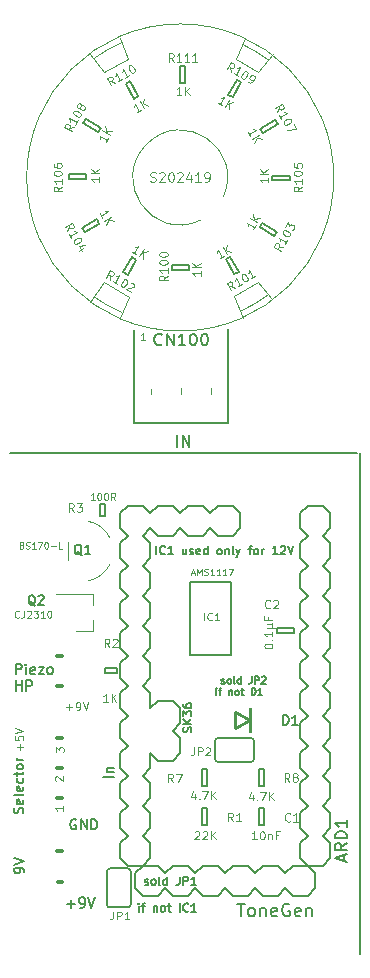
<source format=gbr>
%TF.GenerationSoftware,KiCad,Pcbnew,7.0.6*%
%TF.CreationDate,2024-06-26T11:04:28+02:00*%
%TF.ProjectId,ToneGenerator,546f6e65-4765-46e6-9572-61746f722e6b,rev?*%
%TF.SameCoordinates,PX791ddc0PY9157080*%
%TF.FileFunction,Legend,Top*%
%TF.FilePolarity,Positive*%
%FSLAX45Y45*%
G04 Gerber Fmt 4.5, Leading zero omitted, Abs format (unit mm)*
G04 Created by KiCad (PCBNEW 7.0.6) date 2024-06-26 11:04:28*
%MOMM*%
%LPD*%
G01*
G04 APERTURE LIST*
%ADD10C,0.150000*%
%ADD11C,0.127000*%
%ADD12C,0.121920*%
%ADD13C,0.152400*%
%ADD14C,0.190500*%
%ADD15C,0.100000*%
%ADD16C,0.120000*%
%ADD17C,0.088900*%
%ADD18C,0.200000*%
%ADD19C,0.106680*%
%ADD20C,0.125000*%
%ADD21C,0.304800*%
%ADD22C,0.254000*%
%ADD23C,0.203200*%
G04 APERTURE END LIST*
D10*
X1874618Y4525921D02*
X1079618Y4524145D01*
D11*
X28490Y4267200D02*
X2971800Y4267200D01*
D10*
X1874618Y5320000D02*
X1874618Y4525921D01*
D11*
X2997200Y4267200D02*
X2997200Y29760D01*
D10*
X1079618Y4534758D02*
X1079618Y5315855D01*
D12*
X120082Y1756031D02*
X120082Y1808669D01*
X146401Y1782350D02*
X93762Y1782350D01*
X77313Y1874467D02*
X77313Y1841568D01*
X77313Y1841568D02*
X110212Y1838278D01*
X110212Y1838278D02*
X106922Y1841568D01*
X106922Y1841568D02*
X103632Y1848148D01*
X103632Y1848148D02*
X103632Y1864597D01*
X103632Y1864597D02*
X106922Y1871177D01*
X106922Y1871177D02*
X110212Y1874467D01*
X110212Y1874467D02*
X116792Y1877757D01*
X116792Y1877757D02*
X133241Y1877757D01*
X133241Y1877757D02*
X139821Y1874467D01*
X139821Y1874467D02*
X143111Y1871177D01*
X143111Y1871177D02*
X146401Y1864597D01*
X146401Y1864597D02*
X146401Y1848148D01*
X146401Y1848148D02*
X143111Y1841568D01*
X143111Y1841568D02*
X139821Y1838278D01*
X77313Y1897496D02*
X146401Y1920526D01*
X146401Y1920526D02*
X77313Y1943555D01*
D10*
X1271135Y3412947D02*
X1271135Y3482947D01*
X1344468Y3419613D02*
X1341135Y3416280D01*
X1341135Y3416280D02*
X1331135Y3412947D01*
X1331135Y3412947D02*
X1324468Y3412947D01*
X1324468Y3412947D02*
X1314468Y3416280D01*
X1314468Y3416280D02*
X1307802Y3422947D01*
X1307802Y3422947D02*
X1304468Y3429613D01*
X1304468Y3429613D02*
X1301135Y3442947D01*
X1301135Y3442947D02*
X1301135Y3452947D01*
X1301135Y3452947D02*
X1304468Y3466280D01*
X1304468Y3466280D02*
X1307802Y3472947D01*
X1307802Y3472947D02*
X1314468Y3479613D01*
X1314468Y3479613D02*
X1324468Y3482947D01*
X1324468Y3482947D02*
X1331135Y3482947D01*
X1331135Y3482947D02*
X1341135Y3479613D01*
X1341135Y3479613D02*
X1344468Y3476280D01*
X1411135Y3412947D02*
X1371135Y3412947D01*
X1391135Y3412947D02*
X1391135Y3482947D01*
X1391135Y3482947D02*
X1384468Y3472947D01*
X1384468Y3472947D02*
X1377802Y3466280D01*
X1377802Y3466280D02*
X1371135Y3462947D01*
X1524468Y3459613D02*
X1524468Y3412947D01*
X1494468Y3459613D02*
X1494468Y3422947D01*
X1494468Y3422947D02*
X1497802Y3416280D01*
X1497802Y3416280D02*
X1504468Y3412947D01*
X1504468Y3412947D02*
X1514468Y3412947D01*
X1514468Y3412947D02*
X1521135Y3416280D01*
X1521135Y3416280D02*
X1524468Y3419613D01*
X1554468Y3416280D02*
X1561135Y3412947D01*
X1561135Y3412947D02*
X1574468Y3412947D01*
X1574468Y3412947D02*
X1581135Y3416280D01*
X1581135Y3416280D02*
X1584468Y3422947D01*
X1584468Y3422947D02*
X1584468Y3426280D01*
X1584468Y3426280D02*
X1581135Y3432947D01*
X1581135Y3432947D02*
X1574468Y3436280D01*
X1574468Y3436280D02*
X1564468Y3436280D01*
X1564468Y3436280D02*
X1557802Y3439613D01*
X1557802Y3439613D02*
X1554468Y3446280D01*
X1554468Y3446280D02*
X1554468Y3449613D01*
X1554468Y3449613D02*
X1557802Y3456280D01*
X1557802Y3456280D02*
X1564468Y3459613D01*
X1564468Y3459613D02*
X1574468Y3459613D01*
X1574468Y3459613D02*
X1581135Y3456280D01*
X1641135Y3416280D02*
X1634468Y3412947D01*
X1634468Y3412947D02*
X1621135Y3412947D01*
X1621135Y3412947D02*
X1614468Y3416280D01*
X1614468Y3416280D02*
X1611135Y3422947D01*
X1611135Y3422947D02*
X1611135Y3449613D01*
X1611135Y3449613D02*
X1614468Y3456280D01*
X1614468Y3456280D02*
X1621135Y3459613D01*
X1621135Y3459613D02*
X1634468Y3459613D01*
X1634468Y3459613D02*
X1641135Y3456280D01*
X1641135Y3456280D02*
X1644468Y3449613D01*
X1644468Y3449613D02*
X1644468Y3442947D01*
X1644468Y3442947D02*
X1611135Y3436280D01*
X1704468Y3412947D02*
X1704468Y3482947D01*
X1704468Y3416280D02*
X1697802Y3412947D01*
X1697802Y3412947D02*
X1684468Y3412947D01*
X1684468Y3412947D02*
X1677802Y3416280D01*
X1677802Y3416280D02*
X1674468Y3419613D01*
X1674468Y3419613D02*
X1671135Y3426280D01*
X1671135Y3426280D02*
X1671135Y3446280D01*
X1671135Y3446280D02*
X1674468Y3452947D01*
X1674468Y3452947D02*
X1677802Y3456280D01*
X1677802Y3456280D02*
X1684468Y3459613D01*
X1684468Y3459613D02*
X1697802Y3459613D01*
X1697802Y3459613D02*
X1704468Y3456280D01*
X1801135Y3412947D02*
X1794468Y3416280D01*
X1794468Y3416280D02*
X1791135Y3419613D01*
X1791135Y3419613D02*
X1787802Y3426280D01*
X1787802Y3426280D02*
X1787802Y3446280D01*
X1787802Y3446280D02*
X1791135Y3452947D01*
X1791135Y3452947D02*
X1794468Y3456280D01*
X1794468Y3456280D02*
X1801135Y3459613D01*
X1801135Y3459613D02*
X1811135Y3459613D01*
X1811135Y3459613D02*
X1817802Y3456280D01*
X1817802Y3456280D02*
X1821135Y3452947D01*
X1821135Y3452947D02*
X1824468Y3446280D01*
X1824468Y3446280D02*
X1824468Y3426280D01*
X1824468Y3426280D02*
X1821135Y3419613D01*
X1821135Y3419613D02*
X1817802Y3416280D01*
X1817802Y3416280D02*
X1811135Y3412947D01*
X1811135Y3412947D02*
X1801135Y3412947D01*
X1854468Y3459613D02*
X1854468Y3412947D01*
X1854468Y3452947D02*
X1857802Y3456280D01*
X1857802Y3456280D02*
X1864468Y3459613D01*
X1864468Y3459613D02*
X1874468Y3459613D01*
X1874468Y3459613D02*
X1881135Y3456280D01*
X1881135Y3456280D02*
X1884468Y3449613D01*
X1884468Y3449613D02*
X1884468Y3412947D01*
X1927801Y3412947D02*
X1921135Y3416280D01*
X1921135Y3416280D02*
X1917801Y3422947D01*
X1917801Y3422947D02*
X1917801Y3482947D01*
X1947802Y3459613D02*
X1964468Y3412947D01*
X1981135Y3459613D02*
X1964468Y3412947D01*
X1964468Y3412947D02*
X1957802Y3396280D01*
X1957802Y3396280D02*
X1954468Y3392947D01*
X1954468Y3392947D02*
X1947802Y3389613D01*
X2051135Y3459613D02*
X2077801Y3459613D01*
X2061135Y3412947D02*
X2061135Y3472947D01*
X2061135Y3472947D02*
X2064468Y3479613D01*
X2064468Y3479613D02*
X2071135Y3482947D01*
X2071135Y3482947D02*
X2077801Y3482947D01*
X2111135Y3412947D02*
X2104468Y3416280D01*
X2104468Y3416280D02*
X2101135Y3419613D01*
X2101135Y3419613D02*
X2097802Y3426280D01*
X2097802Y3426280D02*
X2097802Y3446280D01*
X2097802Y3446280D02*
X2101135Y3452947D01*
X2101135Y3452947D02*
X2104468Y3456280D01*
X2104468Y3456280D02*
X2111135Y3459613D01*
X2111135Y3459613D02*
X2121135Y3459613D01*
X2121135Y3459613D02*
X2127802Y3456280D01*
X2127802Y3456280D02*
X2131135Y3452947D01*
X2131135Y3452947D02*
X2134468Y3446280D01*
X2134468Y3446280D02*
X2134468Y3426280D01*
X2134468Y3426280D02*
X2131135Y3419613D01*
X2131135Y3419613D02*
X2127802Y3416280D01*
X2127802Y3416280D02*
X2121135Y3412947D01*
X2121135Y3412947D02*
X2111135Y3412947D01*
X2164468Y3412947D02*
X2164468Y3459613D01*
X2164468Y3446280D02*
X2167802Y3452947D01*
X2167802Y3452947D02*
X2171135Y3456280D01*
X2171135Y3456280D02*
X2177802Y3459613D01*
X2177802Y3459613D02*
X2184468Y3459613D01*
X2297801Y3412947D02*
X2257801Y3412947D01*
X2277801Y3412947D02*
X2277801Y3482947D01*
X2277801Y3482947D02*
X2271135Y3472947D01*
X2271135Y3472947D02*
X2264468Y3466280D01*
X2264468Y3466280D02*
X2257801Y3462947D01*
X2324468Y3476280D02*
X2327801Y3479613D01*
X2327801Y3479613D02*
X2334468Y3482947D01*
X2334468Y3482947D02*
X2351135Y3482947D01*
X2351135Y3482947D02*
X2357801Y3479613D01*
X2357801Y3479613D02*
X2361135Y3476280D01*
X2361135Y3476280D02*
X2364468Y3469613D01*
X2364468Y3469613D02*
X2364468Y3462947D01*
X2364468Y3462947D02*
X2361135Y3452947D01*
X2361135Y3452947D02*
X2321135Y3412947D01*
X2321135Y3412947D02*
X2364468Y3412947D01*
X2384468Y3482947D02*
X2407802Y3412947D01*
X2407802Y3412947D02*
X2431135Y3482947D01*
D13*
X590174Y1166759D02*
X581950Y1170871D01*
X581950Y1170871D02*
X569612Y1170871D01*
X569612Y1170871D02*
X557275Y1166759D01*
X557275Y1166759D02*
X549051Y1158534D01*
X549051Y1158534D02*
X544938Y1150309D01*
X544938Y1150309D02*
X540826Y1133860D01*
X540826Y1133860D02*
X540826Y1121523D01*
X540826Y1121523D02*
X544938Y1105073D01*
X544938Y1105073D02*
X549051Y1096848D01*
X549051Y1096848D02*
X557275Y1088624D01*
X557275Y1088624D02*
X569612Y1084511D01*
X569612Y1084511D02*
X577837Y1084511D01*
X577837Y1084511D02*
X590174Y1088624D01*
X590174Y1088624D02*
X594287Y1092736D01*
X594287Y1092736D02*
X594287Y1121523D01*
X594287Y1121523D02*
X577837Y1121523D01*
X631298Y1084511D02*
X631298Y1170871D01*
X631298Y1170871D02*
X680647Y1084511D01*
X680647Y1084511D02*
X680647Y1170871D01*
X721771Y1084511D02*
X721771Y1170871D01*
X721771Y1170871D02*
X742332Y1170871D01*
X742332Y1170871D02*
X754670Y1166759D01*
X754670Y1166759D02*
X762894Y1158534D01*
X762894Y1158534D02*
X767007Y1150309D01*
X767007Y1150309D02*
X771119Y1133860D01*
X771119Y1133860D02*
X771119Y1121523D01*
X771119Y1121523D02*
X767007Y1105073D01*
X767007Y1105073D02*
X762894Y1096848D01*
X762894Y1096848D02*
X754670Y1088624D01*
X754670Y1088624D02*
X742332Y1084511D01*
X742332Y1084511D02*
X721771Y1084511D01*
D14*
X1956304Y456712D02*
X2017989Y456712D01*
X1987147Y348762D02*
X1987147Y456712D01*
X2069394Y348762D02*
X2059113Y353902D01*
X2059113Y353902D02*
X2053973Y359043D01*
X2053973Y359043D02*
X2048832Y369324D01*
X2048832Y369324D02*
X2048832Y400166D01*
X2048832Y400166D02*
X2053973Y410447D01*
X2053973Y410447D02*
X2059113Y415588D01*
X2059113Y415588D02*
X2069394Y420728D01*
X2069394Y420728D02*
X2084816Y420728D01*
X2084816Y420728D02*
X2095096Y415588D01*
X2095096Y415588D02*
X2100237Y410447D01*
X2100237Y410447D02*
X2105378Y400166D01*
X2105378Y400166D02*
X2105378Y369324D01*
X2105378Y369324D02*
X2100237Y359043D01*
X2100237Y359043D02*
X2095096Y353902D01*
X2095096Y353902D02*
X2084816Y348762D01*
X2084816Y348762D02*
X2069394Y348762D01*
X2151642Y420728D02*
X2151642Y348762D01*
X2151642Y410447D02*
X2156782Y415588D01*
X2156782Y415588D02*
X2167063Y420728D01*
X2167063Y420728D02*
X2182485Y420728D01*
X2182485Y420728D02*
X2192766Y415588D01*
X2192766Y415588D02*
X2197906Y405307D01*
X2197906Y405307D02*
X2197906Y348762D01*
X2290435Y353902D02*
X2280154Y348762D01*
X2280154Y348762D02*
X2259592Y348762D01*
X2259592Y348762D02*
X2249311Y353902D01*
X2249311Y353902D02*
X2244170Y364183D01*
X2244170Y364183D02*
X2244170Y405307D01*
X2244170Y405307D02*
X2249311Y415588D01*
X2249311Y415588D02*
X2259592Y420728D01*
X2259592Y420728D02*
X2280154Y420728D01*
X2280154Y420728D02*
X2290435Y415588D01*
X2290435Y415588D02*
X2295575Y405307D01*
X2295575Y405307D02*
X2295575Y395026D01*
X2295575Y395026D02*
X2244170Y384745D01*
X2398385Y451571D02*
X2388104Y456712D01*
X2388104Y456712D02*
X2372682Y456712D01*
X2372682Y456712D02*
X2357261Y451571D01*
X2357261Y451571D02*
X2346980Y441290D01*
X2346980Y441290D02*
X2341839Y431009D01*
X2341839Y431009D02*
X2336699Y410447D01*
X2336699Y410447D02*
X2336699Y395026D01*
X2336699Y395026D02*
X2341839Y374464D01*
X2341839Y374464D02*
X2346980Y364183D01*
X2346980Y364183D02*
X2357261Y353902D01*
X2357261Y353902D02*
X2372682Y348762D01*
X2372682Y348762D02*
X2382963Y348762D01*
X2382963Y348762D02*
X2398385Y353902D01*
X2398385Y353902D02*
X2403525Y359043D01*
X2403525Y359043D02*
X2403525Y395026D01*
X2403525Y395026D02*
X2382963Y395026D01*
X2490913Y353902D02*
X2480632Y348762D01*
X2480632Y348762D02*
X2460070Y348762D01*
X2460070Y348762D02*
X2449789Y353902D01*
X2449789Y353902D02*
X2444649Y364183D01*
X2444649Y364183D02*
X2444649Y405307D01*
X2444649Y405307D02*
X2449789Y415588D01*
X2449789Y415588D02*
X2460070Y420728D01*
X2460070Y420728D02*
X2480632Y420728D01*
X2480632Y420728D02*
X2490913Y415588D01*
X2490913Y415588D02*
X2496054Y405307D01*
X2496054Y405307D02*
X2496054Y395026D01*
X2496054Y395026D02*
X2444649Y384745D01*
X2542318Y420728D02*
X2542318Y348762D01*
X2542318Y410447D02*
X2547458Y415588D01*
X2547458Y415588D02*
X2557739Y420728D01*
X2557739Y420728D02*
X2573161Y420728D01*
X2573161Y420728D02*
X2583442Y415588D01*
X2583442Y415588D02*
X2588582Y405307D01*
X2588582Y405307D02*
X2588582Y348762D01*
D13*
X80604Y2397891D02*
X80604Y2484251D01*
X80604Y2484251D02*
X113503Y2484251D01*
X113503Y2484251D02*
X121728Y2480139D01*
X121728Y2480139D02*
X125840Y2476026D01*
X125840Y2476026D02*
X129952Y2467801D01*
X129952Y2467801D02*
X129952Y2455464D01*
X129952Y2455464D02*
X125840Y2447239D01*
X125840Y2447239D02*
X121728Y2443127D01*
X121728Y2443127D02*
X113503Y2439015D01*
X113503Y2439015D02*
X80604Y2439015D01*
X166964Y2397891D02*
X166964Y2455464D01*
X166964Y2484251D02*
X162852Y2480139D01*
X162852Y2480139D02*
X166964Y2476026D01*
X166964Y2476026D02*
X171076Y2480139D01*
X171076Y2480139D02*
X166964Y2484251D01*
X166964Y2484251D02*
X166964Y2476026D01*
X240987Y2402003D02*
X232762Y2397891D01*
X232762Y2397891D02*
X216312Y2397891D01*
X216312Y2397891D02*
X208088Y2402003D01*
X208088Y2402003D02*
X203975Y2410228D01*
X203975Y2410228D02*
X203975Y2443127D01*
X203975Y2443127D02*
X208088Y2451352D01*
X208088Y2451352D02*
X216312Y2455464D01*
X216312Y2455464D02*
X232762Y2455464D01*
X232762Y2455464D02*
X240987Y2451352D01*
X240987Y2451352D02*
X245099Y2443127D01*
X245099Y2443127D02*
X245099Y2434902D01*
X245099Y2434902D02*
X203975Y2426678D01*
X273886Y2455464D02*
X319122Y2455464D01*
X319122Y2455464D02*
X273886Y2397891D01*
X273886Y2397891D02*
X319122Y2397891D01*
X364358Y2397891D02*
X356133Y2402003D01*
X356133Y2402003D02*
X352021Y2406116D01*
X352021Y2406116D02*
X347909Y2414340D01*
X347909Y2414340D02*
X347909Y2439015D01*
X347909Y2439015D02*
X352021Y2447239D01*
X352021Y2447239D02*
X356133Y2451352D01*
X356133Y2451352D02*
X364358Y2455464D01*
X364358Y2455464D02*
X376695Y2455464D01*
X376695Y2455464D02*
X384920Y2451352D01*
X384920Y2451352D02*
X389032Y2447239D01*
X389032Y2447239D02*
X393145Y2439015D01*
X393145Y2439015D02*
X393145Y2414340D01*
X393145Y2414340D02*
X389032Y2406116D01*
X389032Y2406116D02*
X384920Y2402003D01*
X384920Y2402003D02*
X376695Y2397891D01*
X376695Y2397891D02*
X364358Y2397891D01*
X80604Y2258851D02*
X80604Y2345211D01*
X80604Y2304088D02*
X129952Y2304088D01*
X129952Y2258851D02*
X129952Y2345211D01*
X171076Y2258851D02*
X171076Y2345211D01*
X171076Y2345211D02*
X203975Y2345211D01*
X203975Y2345211D02*
X212200Y2341099D01*
X212200Y2341099D02*
X216312Y2336987D01*
X216312Y2336987D02*
X220425Y2328762D01*
X220425Y2328762D02*
X220425Y2316425D01*
X220425Y2316425D02*
X216312Y2308200D01*
X216312Y2308200D02*
X212200Y2304088D01*
X212200Y2304088D02*
X203975Y2299975D01*
X203975Y2299975D02*
X171076Y2299975D01*
D10*
X1822701Y2321740D02*
X1828415Y2318883D01*
X1828415Y2318883D02*
X1839844Y2318883D01*
X1839844Y2318883D02*
X1845558Y2321740D01*
X1845558Y2321740D02*
X1848415Y2327454D01*
X1848415Y2327454D02*
X1848415Y2330312D01*
X1848415Y2330312D02*
X1845558Y2336026D01*
X1845558Y2336026D02*
X1839844Y2338883D01*
X1839844Y2338883D02*
X1831273Y2338883D01*
X1831273Y2338883D02*
X1825558Y2341740D01*
X1825558Y2341740D02*
X1822701Y2347454D01*
X1822701Y2347454D02*
X1822701Y2350312D01*
X1822701Y2350312D02*
X1825558Y2356026D01*
X1825558Y2356026D02*
X1831273Y2358883D01*
X1831273Y2358883D02*
X1839844Y2358883D01*
X1839844Y2358883D02*
X1845558Y2356026D01*
X1882701Y2318883D02*
X1876987Y2321740D01*
X1876987Y2321740D02*
X1874130Y2324597D01*
X1874130Y2324597D02*
X1871273Y2330312D01*
X1871273Y2330312D02*
X1871273Y2347454D01*
X1871273Y2347454D02*
X1874130Y2353169D01*
X1874130Y2353169D02*
X1876987Y2356026D01*
X1876987Y2356026D02*
X1882701Y2358883D01*
X1882701Y2358883D02*
X1891273Y2358883D01*
X1891273Y2358883D02*
X1896987Y2356026D01*
X1896987Y2356026D02*
X1899844Y2353169D01*
X1899844Y2353169D02*
X1902701Y2347454D01*
X1902701Y2347454D02*
X1902701Y2330312D01*
X1902701Y2330312D02*
X1899844Y2324597D01*
X1899844Y2324597D02*
X1896987Y2321740D01*
X1896987Y2321740D02*
X1891273Y2318883D01*
X1891273Y2318883D02*
X1882701Y2318883D01*
X1936987Y2318883D02*
X1931273Y2321740D01*
X1931273Y2321740D02*
X1928415Y2327454D01*
X1928415Y2327454D02*
X1928415Y2378883D01*
X1985558Y2318883D02*
X1985558Y2378883D01*
X1985558Y2321740D02*
X1979844Y2318883D01*
X1979844Y2318883D02*
X1968415Y2318883D01*
X1968415Y2318883D02*
X1962701Y2321740D01*
X1962701Y2321740D02*
X1959844Y2324597D01*
X1959844Y2324597D02*
X1956987Y2330312D01*
X1956987Y2330312D02*
X1956987Y2347454D01*
X1956987Y2347454D02*
X1959844Y2353169D01*
X1959844Y2353169D02*
X1962701Y2356026D01*
X1962701Y2356026D02*
X1968415Y2358883D01*
X1968415Y2358883D02*
X1979844Y2358883D01*
X1979844Y2358883D02*
X1985558Y2356026D01*
X2076987Y2378883D02*
X2076987Y2336026D01*
X2076987Y2336026D02*
X2074130Y2327454D01*
X2074130Y2327454D02*
X2068415Y2321740D01*
X2068415Y2321740D02*
X2059844Y2318883D01*
X2059844Y2318883D02*
X2054130Y2318883D01*
X2105558Y2318883D02*
X2105558Y2378883D01*
X2105558Y2378883D02*
X2128416Y2378883D01*
X2128416Y2378883D02*
X2134130Y2376026D01*
X2134130Y2376026D02*
X2136987Y2373169D01*
X2136987Y2373169D02*
X2139844Y2367454D01*
X2139844Y2367454D02*
X2139844Y2358883D01*
X2139844Y2358883D02*
X2136987Y2353169D01*
X2136987Y2353169D02*
X2134130Y2350312D01*
X2134130Y2350312D02*
X2128416Y2347454D01*
X2128416Y2347454D02*
X2105558Y2347454D01*
X2162701Y2373169D02*
X2165558Y2376026D01*
X2165558Y2376026D02*
X2171273Y2378883D01*
X2171273Y2378883D02*
X2185558Y2378883D01*
X2185558Y2378883D02*
X2191273Y2376026D01*
X2191273Y2376026D02*
X2194130Y2373169D01*
X2194130Y2373169D02*
X2196987Y2367454D01*
X2196987Y2367454D02*
X2196987Y2361740D01*
X2196987Y2361740D02*
X2194130Y2353169D01*
X2194130Y2353169D02*
X2159844Y2318883D01*
X2159844Y2318883D02*
X2196987Y2318883D01*
X1779844Y2222283D02*
X1779844Y2262283D01*
X1779844Y2282283D02*
X1776987Y2279426D01*
X1776987Y2279426D02*
X1779844Y2276569D01*
X1779844Y2276569D02*
X1782701Y2279426D01*
X1782701Y2279426D02*
X1779844Y2282283D01*
X1779844Y2282283D02*
X1779844Y2276569D01*
X1799844Y2262283D02*
X1822701Y2262283D01*
X1808415Y2222283D02*
X1808415Y2273712D01*
X1808415Y2273712D02*
X1811273Y2279426D01*
X1811273Y2279426D02*
X1816987Y2282283D01*
X1816987Y2282283D02*
X1822701Y2282283D01*
X1888415Y2262283D02*
X1888415Y2222283D01*
X1888415Y2256569D02*
X1891273Y2259426D01*
X1891273Y2259426D02*
X1896987Y2262283D01*
X1896987Y2262283D02*
X1905558Y2262283D01*
X1905558Y2262283D02*
X1911273Y2259426D01*
X1911273Y2259426D02*
X1914130Y2253712D01*
X1914130Y2253712D02*
X1914130Y2222283D01*
X1951273Y2222283D02*
X1945558Y2225140D01*
X1945558Y2225140D02*
X1942701Y2227997D01*
X1942701Y2227997D02*
X1939844Y2233712D01*
X1939844Y2233712D02*
X1939844Y2250854D01*
X1939844Y2250854D02*
X1942701Y2256569D01*
X1942701Y2256569D02*
X1945558Y2259426D01*
X1945558Y2259426D02*
X1951273Y2262283D01*
X1951273Y2262283D02*
X1959844Y2262283D01*
X1959844Y2262283D02*
X1965558Y2259426D01*
X1965558Y2259426D02*
X1968415Y2256569D01*
X1968415Y2256569D02*
X1971273Y2250854D01*
X1971273Y2250854D02*
X1971273Y2233712D01*
X1971273Y2233712D02*
X1968415Y2227997D01*
X1968415Y2227997D02*
X1965558Y2225140D01*
X1965558Y2225140D02*
X1959844Y2222283D01*
X1959844Y2222283D02*
X1951273Y2222283D01*
X1988415Y2262283D02*
X2011273Y2262283D01*
X1996987Y2282283D02*
X1996987Y2230854D01*
X1996987Y2230854D02*
X1999844Y2225140D01*
X1999844Y2225140D02*
X2005558Y2222283D01*
X2005558Y2222283D02*
X2011273Y2222283D01*
X2076987Y2222283D02*
X2076987Y2282283D01*
X2076987Y2282283D02*
X2091273Y2282283D01*
X2091273Y2282283D02*
X2099844Y2279426D01*
X2099844Y2279426D02*
X2105558Y2273712D01*
X2105558Y2273712D02*
X2108415Y2267997D01*
X2108415Y2267997D02*
X2111273Y2256569D01*
X2111273Y2256569D02*
X2111273Y2247997D01*
X2111273Y2247997D02*
X2108415Y2236569D01*
X2108415Y2236569D02*
X2105558Y2230854D01*
X2105558Y2230854D02*
X2099844Y2225140D01*
X2099844Y2225140D02*
X2091273Y2222283D01*
X2091273Y2222283D02*
X2076987Y2222283D01*
X2168415Y2222283D02*
X2134130Y2222283D01*
X2151273Y2222283D02*
X2151273Y2282283D01*
X2151273Y2282283D02*
X2145558Y2273712D01*
X2145558Y2273712D02*
X2139844Y2267997D01*
X2139844Y2267997D02*
X2134130Y2265140D01*
D13*
X516278Y455020D02*
X582076Y455020D01*
X549177Y422121D02*
X549177Y487919D01*
X627312Y422121D02*
X643762Y422121D01*
X643762Y422121D02*
X651987Y426234D01*
X651987Y426234D02*
X656099Y430346D01*
X656099Y430346D02*
X664324Y442683D01*
X664324Y442683D02*
X668436Y459133D01*
X668436Y459133D02*
X668436Y492032D01*
X668436Y492032D02*
X664324Y500256D01*
X664324Y500256D02*
X660212Y504369D01*
X660212Y504369D02*
X651987Y508481D01*
X651987Y508481D02*
X635537Y508481D01*
X635537Y508481D02*
X627312Y504369D01*
X627312Y504369D02*
X623200Y500256D01*
X623200Y500256D02*
X619088Y492032D01*
X619088Y492032D02*
X619088Y471470D01*
X619088Y471470D02*
X623200Y463245D01*
X623200Y463245D02*
X627312Y459133D01*
X627312Y459133D02*
X635537Y455020D01*
X635537Y455020D02*
X651987Y455020D01*
X651987Y455020D02*
X660212Y459133D01*
X660212Y459133D02*
X664324Y463245D01*
X664324Y463245D02*
X668436Y471470D01*
X693111Y508481D02*
X721897Y422121D01*
X721897Y422121D02*
X750684Y508481D01*
D15*
X1221771Y6571320D02*
X1233200Y6567510D01*
X1233200Y6567510D02*
X1252248Y6567510D01*
X1252248Y6567510D02*
X1259867Y6571320D01*
X1259867Y6571320D02*
X1263676Y6575130D01*
X1263676Y6575130D02*
X1267486Y6582749D01*
X1267486Y6582749D02*
X1267486Y6590368D01*
X1267486Y6590368D02*
X1263676Y6597987D01*
X1263676Y6597987D02*
X1259867Y6601796D01*
X1259867Y6601796D02*
X1252248Y6605606D01*
X1252248Y6605606D02*
X1237009Y6609415D01*
X1237009Y6609415D02*
X1229390Y6613225D01*
X1229390Y6613225D02*
X1225581Y6617034D01*
X1225581Y6617034D02*
X1221771Y6624653D01*
X1221771Y6624653D02*
X1221771Y6632272D01*
X1221771Y6632272D02*
X1225581Y6639891D01*
X1225581Y6639891D02*
X1229390Y6643701D01*
X1229390Y6643701D02*
X1237009Y6647510D01*
X1237009Y6647510D02*
X1256057Y6647510D01*
X1256057Y6647510D02*
X1267486Y6643701D01*
X1297962Y6639891D02*
X1301771Y6643701D01*
X1301771Y6643701D02*
X1309390Y6647510D01*
X1309390Y6647510D02*
X1328438Y6647510D01*
X1328438Y6647510D02*
X1336057Y6643701D01*
X1336057Y6643701D02*
X1339867Y6639891D01*
X1339867Y6639891D02*
X1343676Y6632272D01*
X1343676Y6632272D02*
X1343676Y6624653D01*
X1343676Y6624653D02*
X1339867Y6613225D01*
X1339867Y6613225D02*
X1294152Y6567510D01*
X1294152Y6567510D02*
X1343676Y6567510D01*
X1393200Y6647510D02*
X1400819Y6647510D01*
X1400819Y6647510D02*
X1408438Y6643701D01*
X1408438Y6643701D02*
X1412248Y6639891D01*
X1412248Y6639891D02*
X1416057Y6632272D01*
X1416057Y6632272D02*
X1419867Y6617034D01*
X1419867Y6617034D02*
X1419867Y6597987D01*
X1419867Y6597987D02*
X1416057Y6582749D01*
X1416057Y6582749D02*
X1412248Y6575130D01*
X1412248Y6575130D02*
X1408438Y6571320D01*
X1408438Y6571320D02*
X1400819Y6567510D01*
X1400819Y6567510D02*
X1393200Y6567510D01*
X1393200Y6567510D02*
X1385581Y6571320D01*
X1385581Y6571320D02*
X1381771Y6575130D01*
X1381771Y6575130D02*
X1377962Y6582749D01*
X1377962Y6582749D02*
X1374152Y6597987D01*
X1374152Y6597987D02*
X1374152Y6617034D01*
X1374152Y6617034D02*
X1377962Y6632272D01*
X1377962Y6632272D02*
X1381771Y6639891D01*
X1381771Y6639891D02*
X1385581Y6643701D01*
X1385581Y6643701D02*
X1393200Y6647510D01*
X1450343Y6639891D02*
X1454152Y6643701D01*
X1454152Y6643701D02*
X1461771Y6647510D01*
X1461771Y6647510D02*
X1480819Y6647510D01*
X1480819Y6647510D02*
X1488438Y6643701D01*
X1488438Y6643701D02*
X1492248Y6639891D01*
X1492248Y6639891D02*
X1496057Y6632272D01*
X1496057Y6632272D02*
X1496057Y6624653D01*
X1496057Y6624653D02*
X1492248Y6613225D01*
X1492248Y6613225D02*
X1446533Y6567510D01*
X1446533Y6567510D02*
X1496057Y6567510D01*
X1564629Y6620844D02*
X1564629Y6567510D01*
X1545581Y6651320D02*
X1526533Y6594177D01*
X1526533Y6594177D02*
X1576057Y6594177D01*
X1648438Y6567510D02*
X1602724Y6567510D01*
X1625581Y6567510D02*
X1625581Y6647510D01*
X1625581Y6647510D02*
X1617962Y6636082D01*
X1617962Y6636082D02*
X1610343Y6628463D01*
X1610343Y6628463D02*
X1602724Y6624653D01*
X1686533Y6567510D02*
X1701771Y6567510D01*
X1701771Y6567510D02*
X1709390Y6571320D01*
X1709390Y6571320D02*
X1713200Y6575130D01*
X1713200Y6575130D02*
X1720819Y6586558D01*
X1720819Y6586558D02*
X1724629Y6601796D01*
X1724629Y6601796D02*
X1724629Y6632272D01*
X1724629Y6632272D02*
X1720819Y6639891D01*
X1720819Y6639891D02*
X1717010Y6643701D01*
X1717010Y6643701D02*
X1709390Y6647510D01*
X1709390Y6647510D02*
X1694152Y6647510D01*
X1694152Y6647510D02*
X1686533Y6643701D01*
X1686533Y6643701D02*
X1682724Y6639891D01*
X1682724Y6639891D02*
X1678914Y6632272D01*
X1678914Y6632272D02*
X1678914Y6613225D01*
X1678914Y6613225D02*
X1682724Y6605606D01*
X1682724Y6605606D02*
X1686533Y6601796D01*
X1686533Y6601796D02*
X1694152Y6597987D01*
X1694152Y6597987D02*
X1709390Y6597987D01*
X1709390Y6597987D02*
X1717010Y6601796D01*
X1717010Y6601796D02*
X1720819Y6605606D01*
X1720819Y6605606D02*
X1724629Y6613225D01*
D13*
X141098Y1223424D02*
X144907Y1234853D01*
X144907Y1234853D02*
X144907Y1253901D01*
X144907Y1253901D02*
X141098Y1261520D01*
X141098Y1261520D02*
X137288Y1265329D01*
X137288Y1265329D02*
X129669Y1269139D01*
X129669Y1269139D02*
X122050Y1269139D01*
X122050Y1269139D02*
X114431Y1265329D01*
X114431Y1265329D02*
X110621Y1261520D01*
X110621Y1261520D02*
X106812Y1253901D01*
X106812Y1253901D02*
X103002Y1238663D01*
X103002Y1238663D02*
X99193Y1231044D01*
X99193Y1231044D02*
X95383Y1227234D01*
X95383Y1227234D02*
X87764Y1223424D01*
X87764Y1223424D02*
X80145Y1223424D01*
X80145Y1223424D02*
X72526Y1227234D01*
X72526Y1227234D02*
X68717Y1231044D01*
X68717Y1231044D02*
X64907Y1238663D01*
X64907Y1238663D02*
X64907Y1257710D01*
X64907Y1257710D02*
X68717Y1269139D01*
X141098Y1333901D02*
X144907Y1326282D01*
X144907Y1326282D02*
X144907Y1311044D01*
X144907Y1311044D02*
X141098Y1303425D01*
X141098Y1303425D02*
X133478Y1299615D01*
X133478Y1299615D02*
X103002Y1299615D01*
X103002Y1299615D02*
X95383Y1303425D01*
X95383Y1303425D02*
X91574Y1311044D01*
X91574Y1311044D02*
X91574Y1326282D01*
X91574Y1326282D02*
X95383Y1333901D01*
X95383Y1333901D02*
X103002Y1337710D01*
X103002Y1337710D02*
X110621Y1337710D01*
X110621Y1337710D02*
X118240Y1299615D01*
X144907Y1383424D02*
X141098Y1375805D01*
X141098Y1375805D02*
X133478Y1371996D01*
X133478Y1371996D02*
X64907Y1371996D01*
X141098Y1444377D02*
X144907Y1436758D01*
X144907Y1436758D02*
X144907Y1421520D01*
X144907Y1421520D02*
X141098Y1413901D01*
X141098Y1413901D02*
X133478Y1410091D01*
X133478Y1410091D02*
X103002Y1410091D01*
X103002Y1410091D02*
X95383Y1413901D01*
X95383Y1413901D02*
X91574Y1421520D01*
X91574Y1421520D02*
X91574Y1436758D01*
X91574Y1436758D02*
X95383Y1444377D01*
X95383Y1444377D02*
X103002Y1448186D01*
X103002Y1448186D02*
X110621Y1448186D01*
X110621Y1448186D02*
X118240Y1410091D01*
X141098Y1516758D02*
X144907Y1509139D01*
X144907Y1509139D02*
X144907Y1493901D01*
X144907Y1493901D02*
X141098Y1486282D01*
X141098Y1486282D02*
X137288Y1482472D01*
X137288Y1482472D02*
X129669Y1478662D01*
X129669Y1478662D02*
X106812Y1478662D01*
X106812Y1478662D02*
X99193Y1482472D01*
X99193Y1482472D02*
X95383Y1486282D01*
X95383Y1486282D02*
X91574Y1493901D01*
X91574Y1493901D02*
X91574Y1509139D01*
X91574Y1509139D02*
X95383Y1516758D01*
X91574Y1539615D02*
X91574Y1570091D01*
X64907Y1551043D02*
X133478Y1551043D01*
X133478Y1551043D02*
X141098Y1554853D01*
X141098Y1554853D02*
X144907Y1562472D01*
X144907Y1562472D02*
X144907Y1570091D01*
X144907Y1608186D02*
X141098Y1600567D01*
X141098Y1600567D02*
X137288Y1596758D01*
X137288Y1596758D02*
X129669Y1592948D01*
X129669Y1592948D02*
X106812Y1592948D01*
X106812Y1592948D02*
X99193Y1596758D01*
X99193Y1596758D02*
X95383Y1600567D01*
X95383Y1600567D02*
X91574Y1608186D01*
X91574Y1608186D02*
X91574Y1619615D01*
X91574Y1619615D02*
X95383Y1627234D01*
X95383Y1627234D02*
X99193Y1631043D01*
X99193Y1631043D02*
X106812Y1634853D01*
X106812Y1634853D02*
X129669Y1634853D01*
X129669Y1634853D02*
X137288Y1631043D01*
X137288Y1631043D02*
X141098Y1627234D01*
X141098Y1627234D02*
X144907Y1619615D01*
X144907Y1619615D02*
X144907Y1608186D01*
X144907Y1669139D02*
X91574Y1669139D01*
X106812Y1669139D02*
X99193Y1672948D01*
X99193Y1672948D02*
X95383Y1676758D01*
X95383Y1676758D02*
X91574Y1684377D01*
X91574Y1684377D02*
X91574Y1691996D01*
X153739Y720501D02*
X153739Y736950D01*
X153739Y736950D02*
X149626Y745175D01*
X149626Y745175D02*
X145514Y749287D01*
X145514Y749287D02*
X133177Y757512D01*
X133177Y757512D02*
X116727Y761624D01*
X116727Y761624D02*
X83828Y761624D01*
X83828Y761624D02*
X75604Y757512D01*
X75604Y757512D02*
X71491Y753400D01*
X71491Y753400D02*
X67379Y745175D01*
X67379Y745175D02*
X67379Y728725D01*
X67379Y728725D02*
X71491Y720501D01*
X71491Y720501D02*
X75604Y716388D01*
X75604Y716388D02*
X83828Y712276D01*
X83828Y712276D02*
X104390Y712276D01*
X104390Y712276D02*
X112615Y716388D01*
X112615Y716388D02*
X116727Y720501D01*
X116727Y720501D02*
X120840Y728725D01*
X120840Y728725D02*
X120840Y745175D01*
X120840Y745175D02*
X116727Y753400D01*
X116727Y753400D02*
X112615Y757512D01*
X112615Y757512D02*
X104390Y761624D01*
X67379Y786299D02*
X153739Y815085D01*
X153739Y815085D02*
X67379Y843872D01*
X909389Y1529188D02*
X823029Y1529188D01*
X851815Y1570312D02*
X909389Y1570312D01*
X860040Y1570312D02*
X855928Y1574424D01*
X855928Y1574424D02*
X851815Y1582649D01*
X851815Y1582649D02*
X851815Y1594986D01*
X851815Y1594986D02*
X855928Y1603211D01*
X855928Y1603211D02*
X864152Y1607323D01*
X864152Y1607323D02*
X909389Y1607323D01*
D10*
X1565210Y1907162D02*
X1568543Y1917162D01*
X1568543Y1917162D02*
X1568543Y1933828D01*
X1568543Y1933828D02*
X1565210Y1940495D01*
X1565210Y1940495D02*
X1561877Y1943828D01*
X1561877Y1943828D02*
X1555210Y1947162D01*
X1555210Y1947162D02*
X1548543Y1947162D01*
X1548543Y1947162D02*
X1541877Y1943828D01*
X1541877Y1943828D02*
X1538543Y1940495D01*
X1538543Y1940495D02*
X1535210Y1933828D01*
X1535210Y1933828D02*
X1531877Y1920495D01*
X1531877Y1920495D02*
X1528543Y1913828D01*
X1528543Y1913828D02*
X1525210Y1910495D01*
X1525210Y1910495D02*
X1518543Y1907162D01*
X1518543Y1907162D02*
X1511877Y1907162D01*
X1511877Y1907162D02*
X1505210Y1910495D01*
X1505210Y1910495D02*
X1501877Y1913828D01*
X1501877Y1913828D02*
X1498543Y1920495D01*
X1498543Y1920495D02*
X1498543Y1937162D01*
X1498543Y1937162D02*
X1501877Y1947162D01*
X1568543Y1977162D02*
X1498543Y1977162D01*
X1568543Y2017162D02*
X1528543Y1987162D01*
X1498543Y2017162D02*
X1538543Y1977162D01*
X1498543Y2040495D02*
X1498543Y2083828D01*
X1498543Y2083828D02*
X1525210Y2060495D01*
X1525210Y2060495D02*
X1525210Y2070495D01*
X1525210Y2070495D02*
X1528543Y2077162D01*
X1528543Y2077162D02*
X1531877Y2080495D01*
X1531877Y2080495D02*
X1538543Y2083828D01*
X1538543Y2083828D02*
X1555210Y2083828D01*
X1555210Y2083828D02*
X1561877Y2080495D01*
X1561877Y2080495D02*
X1565210Y2077162D01*
X1565210Y2077162D02*
X1568543Y2070495D01*
X1568543Y2070495D02*
X1568543Y2050495D01*
X1568543Y2050495D02*
X1565210Y2043828D01*
X1565210Y2043828D02*
X1561877Y2040495D01*
X1498543Y2143829D02*
X1498543Y2130495D01*
X1498543Y2130495D02*
X1501877Y2123829D01*
X1501877Y2123829D02*
X1505210Y2120495D01*
X1505210Y2120495D02*
X1515210Y2113829D01*
X1515210Y2113829D02*
X1528543Y2110495D01*
X1528543Y2110495D02*
X1555210Y2110495D01*
X1555210Y2110495D02*
X1561877Y2113829D01*
X1561877Y2113829D02*
X1565210Y2117162D01*
X1565210Y2117162D02*
X1568543Y2123829D01*
X1568543Y2123829D02*
X1568543Y2137162D01*
X1568543Y2137162D02*
X1565210Y2143829D01*
X1565210Y2143829D02*
X1561877Y2147162D01*
X1561877Y2147162D02*
X1555210Y2150495D01*
X1555210Y2150495D02*
X1538543Y2150495D01*
X1538543Y2150495D02*
X1531877Y2147162D01*
X1531877Y2147162D02*
X1528543Y2143829D01*
X1528543Y2143829D02*
X1525210Y2137162D01*
X1525210Y2137162D02*
X1525210Y2123829D01*
X1525210Y2123829D02*
X1528543Y2117162D01*
X1528543Y2117162D02*
X1531877Y2113829D01*
X1531877Y2113829D02*
X1538543Y2110495D01*
D12*
X507070Y2118208D02*
X559709Y2118208D01*
X533390Y2091889D02*
X533390Y2144528D01*
X595898Y2091889D02*
X609058Y2091889D01*
X609058Y2091889D02*
X615637Y2095179D01*
X615637Y2095179D02*
X618927Y2098469D01*
X618927Y2098469D02*
X625507Y2108339D01*
X625507Y2108339D02*
X628797Y2121498D01*
X628797Y2121498D02*
X628797Y2147817D01*
X628797Y2147817D02*
X625507Y2154397D01*
X625507Y2154397D02*
X622217Y2157687D01*
X622217Y2157687D02*
X615637Y2160977D01*
X615637Y2160977D02*
X602478Y2160977D01*
X602478Y2160977D02*
X595898Y2157687D01*
X595898Y2157687D02*
X592608Y2154397D01*
X592608Y2154397D02*
X589318Y2147817D01*
X589318Y2147817D02*
X589318Y2131368D01*
X589318Y2131368D02*
X592608Y2124788D01*
X592608Y2124788D02*
X595898Y2121498D01*
X595898Y2121498D02*
X602478Y2118208D01*
X602478Y2118208D02*
X615637Y2118208D01*
X615637Y2118208D02*
X622217Y2121498D01*
X622217Y2121498D02*
X625507Y2124788D01*
X625507Y2124788D02*
X628797Y2131368D01*
X648536Y2160977D02*
X671566Y2091889D01*
X671566Y2091889D02*
X694595Y2160977D01*
D13*
X1171152Y616962D02*
X1177818Y613629D01*
X1177818Y613629D02*
X1191152Y613629D01*
X1191152Y613629D02*
X1197818Y616962D01*
X1197818Y616962D02*
X1201152Y623629D01*
X1201152Y623629D02*
X1201152Y626962D01*
X1201152Y626962D02*
X1197818Y633629D01*
X1197818Y633629D02*
X1191152Y636962D01*
X1191152Y636962D02*
X1181152Y636962D01*
X1181152Y636962D02*
X1174485Y640295D01*
X1174485Y640295D02*
X1171152Y646962D01*
X1171152Y646962D02*
X1171152Y650295D01*
X1171152Y650295D02*
X1174485Y656962D01*
X1174485Y656962D02*
X1181152Y660295D01*
X1181152Y660295D02*
X1191152Y660295D01*
X1191152Y660295D02*
X1197818Y656962D01*
X1241152Y613629D02*
X1234485Y616962D01*
X1234485Y616962D02*
X1231152Y620295D01*
X1231152Y620295D02*
X1227818Y626962D01*
X1227818Y626962D02*
X1227818Y646962D01*
X1227818Y646962D02*
X1231152Y653629D01*
X1231152Y653629D02*
X1234485Y656962D01*
X1234485Y656962D02*
X1241152Y660295D01*
X1241152Y660295D02*
X1251152Y660295D01*
X1251152Y660295D02*
X1257818Y656962D01*
X1257818Y656962D02*
X1261152Y653629D01*
X1261152Y653629D02*
X1264485Y646962D01*
X1264485Y646962D02*
X1264485Y626962D01*
X1264485Y626962D02*
X1261152Y620295D01*
X1261152Y620295D02*
X1257818Y616962D01*
X1257818Y616962D02*
X1251152Y613629D01*
X1251152Y613629D02*
X1241152Y613629D01*
X1304485Y613629D02*
X1297818Y616962D01*
X1297818Y616962D02*
X1294485Y623629D01*
X1294485Y623629D02*
X1294485Y683629D01*
X1361152Y613629D02*
X1361152Y683629D01*
X1361152Y616962D02*
X1354485Y613629D01*
X1354485Y613629D02*
X1341152Y613629D01*
X1341152Y613629D02*
X1334485Y616962D01*
X1334485Y616962D02*
X1331152Y620295D01*
X1331152Y620295D02*
X1327818Y626962D01*
X1327818Y626962D02*
X1327818Y646962D01*
X1327818Y646962D02*
X1331152Y653629D01*
X1331152Y653629D02*
X1334485Y656962D01*
X1334485Y656962D02*
X1341152Y660295D01*
X1341152Y660295D02*
X1354485Y660295D01*
X1354485Y660295D02*
X1361152Y656962D01*
X1467818Y683629D02*
X1467818Y633629D01*
X1467818Y633629D02*
X1464485Y623629D01*
X1464485Y623629D02*
X1457818Y616962D01*
X1457818Y616962D02*
X1447818Y613629D01*
X1447818Y613629D02*
X1441152Y613629D01*
X1501151Y613629D02*
X1501151Y683629D01*
X1501151Y683629D02*
X1527818Y683629D01*
X1527818Y683629D02*
X1534485Y680295D01*
X1534485Y680295D02*
X1537818Y676962D01*
X1537818Y676962D02*
X1541151Y670295D01*
X1541151Y670295D02*
X1541151Y660295D01*
X1541151Y660295D02*
X1537818Y653629D01*
X1537818Y653629D02*
X1534485Y650295D01*
X1534485Y650295D02*
X1527818Y646962D01*
X1527818Y646962D02*
X1501151Y646962D01*
X1607818Y613629D02*
X1567818Y613629D01*
X1587818Y613629D02*
X1587818Y683629D01*
X1587818Y683629D02*
X1581151Y673629D01*
X1581151Y673629D02*
X1574485Y666962D01*
X1574485Y666962D02*
X1567818Y663629D01*
X1121152Y388229D02*
X1121152Y434895D01*
X1121152Y458229D02*
X1117818Y454895D01*
X1117818Y454895D02*
X1121152Y451562D01*
X1121152Y451562D02*
X1124485Y454895D01*
X1124485Y454895D02*
X1121152Y458229D01*
X1121152Y458229D02*
X1121152Y451562D01*
X1144485Y434895D02*
X1171152Y434895D01*
X1154485Y388229D02*
X1154485Y448229D01*
X1154485Y448229D02*
X1157818Y454895D01*
X1157818Y454895D02*
X1164485Y458229D01*
X1164485Y458229D02*
X1171152Y458229D01*
X1247818Y434895D02*
X1247818Y388229D01*
X1247818Y428229D02*
X1251152Y431562D01*
X1251152Y431562D02*
X1257818Y434895D01*
X1257818Y434895D02*
X1267818Y434895D01*
X1267818Y434895D02*
X1274485Y431562D01*
X1274485Y431562D02*
X1277818Y424895D01*
X1277818Y424895D02*
X1277818Y388229D01*
X1321152Y388229D02*
X1314485Y391562D01*
X1314485Y391562D02*
X1311152Y394895D01*
X1311152Y394895D02*
X1307818Y401562D01*
X1307818Y401562D02*
X1307818Y421562D01*
X1307818Y421562D02*
X1311152Y428229D01*
X1311152Y428229D02*
X1314485Y431562D01*
X1314485Y431562D02*
X1321152Y434895D01*
X1321152Y434895D02*
X1331152Y434895D01*
X1331152Y434895D02*
X1337818Y431562D01*
X1337818Y431562D02*
X1341152Y428229D01*
X1341152Y428229D02*
X1344485Y421562D01*
X1344485Y421562D02*
X1344485Y401562D01*
X1344485Y401562D02*
X1341152Y394895D01*
X1341152Y394895D02*
X1337818Y391562D01*
X1337818Y391562D02*
X1331152Y388229D01*
X1331152Y388229D02*
X1321152Y388229D01*
X1364485Y434895D02*
X1391152Y434895D01*
X1374485Y458229D02*
X1374485Y398229D01*
X1374485Y398229D02*
X1377818Y391562D01*
X1377818Y391562D02*
X1384485Y388229D01*
X1384485Y388229D02*
X1391152Y388229D01*
X1467818Y388229D02*
X1467818Y458229D01*
X1541151Y394895D02*
X1537818Y391562D01*
X1537818Y391562D02*
X1527818Y388229D01*
X1527818Y388229D02*
X1521151Y388229D01*
X1521151Y388229D02*
X1511151Y391562D01*
X1511151Y391562D02*
X1504485Y398229D01*
X1504485Y398229D02*
X1501151Y404895D01*
X1501151Y404895D02*
X1497818Y418229D01*
X1497818Y418229D02*
X1497818Y428229D01*
X1497818Y428229D02*
X1501151Y441562D01*
X1501151Y441562D02*
X1504485Y448229D01*
X1504485Y448229D02*
X1511151Y454895D01*
X1511151Y454895D02*
X1521151Y458229D01*
X1521151Y458229D02*
X1527818Y458229D01*
X1527818Y458229D02*
X1537818Y454895D01*
X1537818Y454895D02*
X1541151Y451562D01*
X1607818Y388229D02*
X1567818Y388229D01*
X1587818Y388229D02*
X1587818Y458229D01*
X1587818Y458229D02*
X1581151Y448229D01*
X1581151Y448229D02*
X1574485Y441562D01*
X1574485Y441562D02*
X1567818Y438229D01*
D16*
X1412696Y1482683D02*
X1388566Y1517155D01*
X1371330Y1482683D02*
X1371330Y1555073D01*
X1371330Y1555073D02*
X1398907Y1555073D01*
X1398907Y1555073D02*
X1405802Y1551626D01*
X1405802Y1551626D02*
X1409249Y1548179D01*
X1409249Y1548179D02*
X1412696Y1541285D01*
X1412696Y1541285D02*
X1412696Y1530943D01*
X1412696Y1530943D02*
X1409249Y1524049D01*
X1409249Y1524049D02*
X1405802Y1520602D01*
X1405802Y1520602D02*
X1398907Y1517155D01*
X1398907Y1517155D02*
X1371330Y1517155D01*
X1436826Y1555073D02*
X1485086Y1555073D01*
X1485086Y1555073D02*
X1454062Y1482683D01*
X1597903Y1384394D02*
X1597903Y1337728D01*
X1581237Y1411061D02*
X1564570Y1361061D01*
X1564570Y1361061D02*
X1607903Y1361061D01*
X1634570Y1344394D02*
X1637903Y1341061D01*
X1637903Y1341061D02*
X1634570Y1337728D01*
X1634570Y1337728D02*
X1631237Y1341061D01*
X1631237Y1341061D02*
X1634570Y1344394D01*
X1634570Y1344394D02*
X1634570Y1337728D01*
X1661237Y1407728D02*
X1707903Y1407728D01*
X1707903Y1407728D02*
X1677903Y1337728D01*
X1734570Y1337728D02*
X1734570Y1407728D01*
X1774570Y1337728D02*
X1744570Y1377728D01*
X1774570Y1407728D02*
X1734570Y1367728D01*
X2404321Y1157576D02*
X2400873Y1154128D01*
X2400873Y1154128D02*
X2390532Y1150681D01*
X2390532Y1150681D02*
X2383638Y1150681D01*
X2383638Y1150681D02*
X2373296Y1154128D01*
X2373296Y1154128D02*
X2366402Y1161023D01*
X2366402Y1161023D02*
X2362955Y1167917D01*
X2362955Y1167917D02*
X2359508Y1181706D01*
X2359508Y1181706D02*
X2359508Y1192047D01*
X2359508Y1192047D02*
X2362955Y1205836D01*
X2362955Y1205836D02*
X2366402Y1212730D01*
X2366402Y1212730D02*
X2373296Y1219624D01*
X2373296Y1219624D02*
X2383638Y1223071D01*
X2383638Y1223071D02*
X2390532Y1223071D01*
X2390532Y1223071D02*
X2400873Y1219624D01*
X2400873Y1219624D02*
X2404321Y1216177D01*
X2473263Y1150681D02*
X2431898Y1150681D01*
X2452581Y1150681D02*
X2452581Y1223071D01*
X2452581Y1223071D02*
X2445686Y1212730D01*
X2445686Y1212730D02*
X2438792Y1205836D01*
X2438792Y1205836D02*
X2431898Y1202388D01*
X2121718Y999791D02*
X2081718Y999791D01*
X2101718Y999791D02*
X2101718Y1069791D01*
X2101718Y1069791D02*
X2095051Y1059791D01*
X2095051Y1059791D02*
X2088385Y1053124D01*
X2088385Y1053124D02*
X2081718Y1049791D01*
X2165051Y1069791D02*
X2171718Y1069791D01*
X2171718Y1069791D02*
X2178385Y1066457D01*
X2178385Y1066457D02*
X2181718Y1063124D01*
X2181718Y1063124D02*
X2185051Y1056457D01*
X2185051Y1056457D02*
X2188385Y1043124D01*
X2188385Y1043124D02*
X2188385Y1026457D01*
X2188385Y1026457D02*
X2185051Y1013124D01*
X2185051Y1013124D02*
X2181718Y1006457D01*
X2181718Y1006457D02*
X2178385Y1003124D01*
X2178385Y1003124D02*
X2171718Y999791D01*
X2171718Y999791D02*
X2165051Y999791D01*
X2165051Y999791D02*
X2158385Y1003124D01*
X2158385Y1003124D02*
X2155051Y1006457D01*
X2155051Y1006457D02*
X2151718Y1013124D01*
X2151718Y1013124D02*
X2148385Y1026457D01*
X2148385Y1026457D02*
X2148385Y1043124D01*
X2148385Y1043124D02*
X2151718Y1056457D01*
X2151718Y1056457D02*
X2155051Y1063124D01*
X2155051Y1063124D02*
X2158385Y1066457D01*
X2158385Y1066457D02*
X2165051Y1069791D01*
X2218385Y1046457D02*
X2218385Y999791D01*
X2218385Y1039791D02*
X2221718Y1043124D01*
X2221718Y1043124D02*
X2228385Y1046457D01*
X2228385Y1046457D02*
X2238385Y1046457D01*
X2238385Y1046457D02*
X2245051Y1043124D01*
X2245051Y1043124D02*
X2248385Y1036457D01*
X2248385Y1036457D02*
X2248385Y999791D01*
X2305051Y1036457D02*
X2281718Y1036457D01*
X2281718Y999791D02*
X2281718Y1069791D01*
X2281718Y1069791D02*
X2315051Y1069791D01*
X1366057Y5772321D02*
X1332723Y5748987D01*
X1366057Y5732321D02*
X1296057Y5732321D01*
X1296057Y5732321D02*
X1296057Y5758987D01*
X1296057Y5758987D02*
X1299390Y5765654D01*
X1299390Y5765654D02*
X1302723Y5768987D01*
X1302723Y5768987D02*
X1309390Y5772321D01*
X1309390Y5772321D02*
X1319390Y5772321D01*
X1319390Y5772321D02*
X1326057Y5768987D01*
X1326057Y5768987D02*
X1329390Y5765654D01*
X1329390Y5765654D02*
X1332723Y5758987D01*
X1332723Y5758987D02*
X1332723Y5732321D01*
X1366057Y5838987D02*
X1366057Y5798987D01*
X1366057Y5818987D02*
X1296057Y5818987D01*
X1296057Y5818987D02*
X1306057Y5812321D01*
X1306057Y5812321D02*
X1312723Y5805654D01*
X1312723Y5805654D02*
X1316057Y5798987D01*
X1296057Y5882321D02*
X1296057Y5888987D01*
X1296057Y5888987D02*
X1299390Y5895654D01*
X1299390Y5895654D02*
X1302723Y5898987D01*
X1302723Y5898987D02*
X1309390Y5902321D01*
X1309390Y5902321D02*
X1322723Y5905654D01*
X1322723Y5905654D02*
X1339390Y5905654D01*
X1339390Y5905654D02*
X1352723Y5902321D01*
X1352723Y5902321D02*
X1359390Y5898987D01*
X1359390Y5898987D02*
X1362723Y5895654D01*
X1362723Y5895654D02*
X1366057Y5888987D01*
X1366057Y5888987D02*
X1366057Y5882321D01*
X1366057Y5882321D02*
X1362723Y5875654D01*
X1362723Y5875654D02*
X1359390Y5872321D01*
X1359390Y5872321D02*
X1352723Y5868987D01*
X1352723Y5868987D02*
X1339390Y5865654D01*
X1339390Y5865654D02*
X1322723Y5865654D01*
X1322723Y5865654D02*
X1309390Y5868987D01*
X1309390Y5868987D02*
X1302723Y5872321D01*
X1302723Y5872321D02*
X1299390Y5875654D01*
X1299390Y5875654D02*
X1296057Y5882321D01*
X1296057Y5948987D02*
X1296057Y5955654D01*
X1296057Y5955654D02*
X1299390Y5962321D01*
X1299390Y5962321D02*
X1302723Y5965654D01*
X1302723Y5965654D02*
X1309390Y5968987D01*
X1309390Y5968987D02*
X1322723Y5972321D01*
X1322723Y5972321D02*
X1339390Y5972321D01*
X1339390Y5972321D02*
X1352723Y5968987D01*
X1352723Y5968987D02*
X1359390Y5965654D01*
X1359390Y5965654D02*
X1362723Y5962321D01*
X1362723Y5962321D02*
X1366057Y5955654D01*
X1366057Y5955654D02*
X1366057Y5948987D01*
X1366057Y5948987D02*
X1362723Y5942321D01*
X1362723Y5942321D02*
X1359390Y5938987D01*
X1359390Y5938987D02*
X1352723Y5935654D01*
X1352723Y5935654D02*
X1339390Y5932321D01*
X1339390Y5932321D02*
X1322723Y5932321D01*
X1322723Y5932321D02*
X1309390Y5935654D01*
X1309390Y5935654D02*
X1302723Y5938987D01*
X1302723Y5938987D02*
X1299390Y5942321D01*
X1299390Y5942321D02*
X1296057Y5948987D01*
X1646359Y5812757D02*
X1646359Y5772757D01*
X1646359Y5792757D02*
X1576359Y5792757D01*
X1576359Y5792757D02*
X1586359Y5786090D01*
X1586359Y5786090D02*
X1593026Y5779423D01*
X1593026Y5779423D02*
X1596359Y5772757D01*
X1646359Y5842757D02*
X1576359Y5842757D01*
X1646359Y5882757D02*
X1606359Y5852757D01*
X1576359Y5882757D02*
X1616359Y5842757D01*
X573035Y7029105D02*
X532501Y7025564D01*
X553035Y6994464D02*
X492413Y7029464D01*
X492413Y7029464D02*
X505747Y7052558D01*
X505747Y7052558D02*
X511967Y7056664D01*
X511967Y7056664D02*
X516520Y7057885D01*
X516520Y7057885D02*
X523960Y7057438D01*
X523960Y7057438D02*
X532621Y7052438D01*
X532621Y7052438D02*
X536727Y7046218D01*
X536727Y7046218D02*
X537948Y7041664D01*
X537948Y7041664D02*
X537501Y7034224D01*
X537501Y7034224D02*
X524168Y7011130D01*
X606368Y7086840D02*
X586368Y7052199D01*
X596368Y7069519D02*
X535747Y7104519D01*
X535747Y7104519D02*
X541074Y7093746D01*
X541074Y7093746D02*
X543514Y7084639D01*
X543514Y7084639D02*
X543067Y7077199D01*
X567413Y7159367D02*
X570747Y7165141D01*
X570747Y7165141D02*
X576967Y7169248D01*
X576967Y7169248D02*
X581520Y7170468D01*
X581520Y7170468D02*
X588960Y7170021D01*
X588960Y7170021D02*
X602174Y7166241D01*
X602174Y7166241D02*
X616608Y7157908D01*
X616608Y7157908D02*
X626488Y7148355D01*
X626488Y7148355D02*
X630595Y7142135D01*
X630595Y7142135D02*
X631815Y7137581D01*
X631815Y7137581D02*
X631368Y7130141D01*
X631368Y7130141D02*
X628035Y7124367D01*
X628035Y7124367D02*
X621815Y7120261D01*
X621815Y7120261D02*
X617262Y7119041D01*
X617262Y7119041D02*
X609821Y7119487D01*
X609821Y7119487D02*
X596608Y7123267D01*
X596608Y7123267D02*
X582174Y7131600D01*
X582174Y7131600D02*
X572294Y7141154D01*
X572294Y7141154D02*
X568187Y7147374D01*
X568187Y7147374D02*
X566967Y7151927D01*
X566967Y7151927D02*
X567413Y7159367D01*
X625061Y7199216D02*
X618841Y7195109D01*
X618841Y7195109D02*
X614287Y7193889D01*
X614287Y7193889D02*
X606847Y7194335D01*
X606847Y7194335D02*
X603960Y7196002D01*
X603960Y7196002D02*
X599854Y7202222D01*
X599854Y7202222D02*
X598633Y7206776D01*
X598633Y7206776D02*
X599080Y7214216D01*
X599080Y7214216D02*
X605747Y7225763D01*
X605747Y7225763D02*
X611967Y7229870D01*
X611967Y7229870D02*
X616520Y7231090D01*
X616520Y7231090D02*
X623960Y7230643D01*
X623960Y7230643D02*
X626847Y7228976D01*
X626847Y7228976D02*
X630954Y7222756D01*
X630954Y7222756D02*
X632174Y7218203D01*
X632174Y7218203D02*
X631727Y7210763D01*
X631727Y7210763D02*
X625061Y7199216D01*
X625061Y7199216D02*
X624614Y7191776D01*
X624614Y7191776D02*
X625834Y7187222D01*
X625834Y7187222D02*
X629941Y7181002D01*
X629941Y7181002D02*
X641488Y7174335D01*
X641488Y7174335D02*
X648928Y7173889D01*
X648928Y7173889D02*
X653482Y7175109D01*
X653482Y7175109D02*
X659702Y7179216D01*
X659702Y7179216D02*
X666368Y7190763D01*
X666368Y7190763D02*
X666815Y7198203D01*
X666815Y7198203D02*
X665595Y7202756D01*
X665595Y7202756D02*
X661488Y7208976D01*
X661488Y7208976D02*
X649941Y7215643D01*
X649941Y7215643D02*
X642501Y7216090D01*
X642501Y7216090D02*
X637948Y7214870D01*
X637948Y7214870D02*
X631727Y7210763D01*
X860855Y6941020D02*
X840855Y6906379D01*
X850855Y6923700D02*
X790233Y6958700D01*
X790233Y6958700D02*
X795560Y6947926D01*
X795560Y6947926D02*
X798000Y6938819D01*
X798000Y6938819D02*
X797553Y6931379D01*
X875855Y6967001D02*
X815233Y7002001D01*
X895855Y7001642D02*
X846214Y6995661D01*
X835233Y7036642D02*
X849874Y6982001D01*
D11*
X639536Y3406432D02*
X631917Y3410241D01*
X631917Y3410241D02*
X624298Y3417860D01*
X624298Y3417860D02*
X612869Y3429289D01*
X612869Y3429289D02*
X605250Y3433098D01*
X605250Y3433098D02*
X597631Y3433098D01*
X601441Y3414051D02*
X593822Y3417860D01*
X593822Y3417860D02*
X586203Y3425479D01*
X586203Y3425479D02*
X582393Y3440718D01*
X582393Y3440718D02*
X582393Y3467384D01*
X582393Y3467384D02*
X586203Y3482622D01*
X586203Y3482622D02*
X593822Y3490241D01*
X593822Y3490241D02*
X601441Y3494051D01*
X601441Y3494051D02*
X616679Y3494051D01*
X616679Y3494051D02*
X624298Y3490241D01*
X624298Y3490241D02*
X631917Y3482622D01*
X631917Y3482622D02*
X635727Y3467384D01*
X635727Y3467384D02*
X635727Y3440718D01*
X635727Y3440718D02*
X631917Y3425479D01*
X631917Y3425479D02*
X624298Y3417860D01*
X624298Y3417860D02*
X616679Y3414051D01*
X616679Y3414051D02*
X601441Y3414051D01*
X711917Y3414051D02*
X666203Y3414051D01*
X689060Y3414051D02*
X689060Y3494051D01*
X689060Y3494051D02*
X681441Y3482622D01*
X681441Y3482622D02*
X673822Y3475003D01*
X673822Y3475003D02*
X666203Y3471194D01*
D17*
X133489Y3490151D02*
X141290Y3487550D01*
X141290Y3487550D02*
X143891Y3484950D01*
X143891Y3484950D02*
X146491Y3479749D01*
X146491Y3479749D02*
X146491Y3471947D01*
X146491Y3471947D02*
X143891Y3466746D01*
X143891Y3466746D02*
X141290Y3464146D01*
X141290Y3464146D02*
X136089Y3461546D01*
X136089Y3461546D02*
X115285Y3461546D01*
X115285Y3461546D02*
X115285Y3516156D01*
X115285Y3516156D02*
X133489Y3516156D01*
X133489Y3516156D02*
X138690Y3513555D01*
X138690Y3513555D02*
X141290Y3510955D01*
X141290Y3510955D02*
X143891Y3505754D01*
X143891Y3505754D02*
X143891Y3500553D01*
X143891Y3500553D02*
X141290Y3495352D01*
X141290Y3495352D02*
X138690Y3492751D01*
X138690Y3492751D02*
X133489Y3490151D01*
X133489Y3490151D02*
X115285Y3490151D01*
X167295Y3464146D02*
X175096Y3461546D01*
X175096Y3461546D02*
X188099Y3461546D01*
X188099Y3461546D02*
X193299Y3464146D01*
X193299Y3464146D02*
X195900Y3466746D01*
X195900Y3466746D02*
X198500Y3471947D01*
X198500Y3471947D02*
X198500Y3477148D01*
X198500Y3477148D02*
X195900Y3482349D01*
X195900Y3482349D02*
X193299Y3484950D01*
X193299Y3484950D02*
X188099Y3487550D01*
X188099Y3487550D02*
X177697Y3490151D01*
X177697Y3490151D02*
X172496Y3492751D01*
X172496Y3492751D02*
X169895Y3495352D01*
X169895Y3495352D02*
X167295Y3500553D01*
X167295Y3500553D02*
X167295Y3505754D01*
X167295Y3505754D02*
X169895Y3510955D01*
X169895Y3510955D02*
X172496Y3513555D01*
X172496Y3513555D02*
X177697Y3516156D01*
X177697Y3516156D02*
X190699Y3516156D01*
X190699Y3516156D02*
X198500Y3513555D01*
X250510Y3461546D02*
X219304Y3461546D01*
X234907Y3461546D02*
X234907Y3516156D01*
X234907Y3516156D02*
X229706Y3508354D01*
X229706Y3508354D02*
X224505Y3503153D01*
X224505Y3503153D02*
X219304Y3500553D01*
X268713Y3516156D02*
X305120Y3516156D01*
X305120Y3516156D02*
X281716Y3461546D01*
X336326Y3516156D02*
X341527Y3516156D01*
X341527Y3516156D02*
X346728Y3513555D01*
X346728Y3513555D02*
X349328Y3510955D01*
X349328Y3510955D02*
X351928Y3505754D01*
X351928Y3505754D02*
X354529Y3495352D01*
X354529Y3495352D02*
X354529Y3482349D01*
X354529Y3482349D02*
X351928Y3471947D01*
X351928Y3471947D02*
X349328Y3466746D01*
X349328Y3466746D02*
X346728Y3464146D01*
X346728Y3464146D02*
X341527Y3461546D01*
X341527Y3461546D02*
X336326Y3461546D01*
X336326Y3461546D02*
X331125Y3464146D01*
X331125Y3464146D02*
X328524Y3466746D01*
X328524Y3466746D02*
X325924Y3471947D01*
X325924Y3471947D02*
X323323Y3482349D01*
X323323Y3482349D02*
X323323Y3495352D01*
X323323Y3495352D02*
X325924Y3505754D01*
X325924Y3505754D02*
X328524Y3510955D01*
X328524Y3510955D02*
X331125Y3513555D01*
X331125Y3513555D02*
X336326Y3516156D01*
X377933Y3482349D02*
X419541Y3482349D01*
X471550Y3461546D02*
X445546Y3461546D01*
X445546Y3461546D02*
X445546Y3516156D01*
D16*
X882336Y5736818D02*
X878796Y5777353D01*
X847695Y5756818D02*
X882695Y5817440D01*
X882695Y5817440D02*
X905789Y5804107D01*
X905789Y5804107D02*
X909896Y5797887D01*
X909896Y5797887D02*
X911116Y5793333D01*
X911116Y5793333D02*
X910670Y5785893D01*
X910670Y5785893D02*
X905670Y5777233D01*
X905670Y5777233D02*
X899450Y5773126D01*
X899450Y5773126D02*
X894896Y5771906D01*
X894896Y5771906D02*
X887456Y5772353D01*
X887456Y5772353D02*
X864362Y5785686D01*
X940071Y5703485D02*
X905430Y5723485D01*
X922751Y5713485D02*
X957751Y5774107D01*
X957751Y5774107D02*
X946977Y5768780D01*
X946977Y5768780D02*
X937870Y5766340D01*
X937870Y5766340D02*
X930430Y5766786D01*
X1012599Y5742440D02*
X1018373Y5739107D01*
X1018373Y5739107D02*
X1022479Y5732887D01*
X1022479Y5732887D02*
X1023700Y5728333D01*
X1023700Y5728333D02*
X1023253Y5720893D01*
X1023253Y5720893D02*
X1019473Y5707680D01*
X1019473Y5707680D02*
X1011140Y5693246D01*
X1011140Y5693246D02*
X1001586Y5683365D01*
X1001586Y5683365D02*
X995366Y5679259D01*
X995366Y5679259D02*
X990813Y5678039D01*
X990813Y5678039D02*
X983373Y5678485D01*
X983373Y5678485D02*
X977599Y5681818D01*
X977599Y5681818D02*
X973492Y5688039D01*
X973492Y5688039D02*
X972272Y5692592D01*
X972272Y5692592D02*
X972719Y5700032D01*
X972719Y5700032D02*
X976499Y5713246D01*
X976499Y5713246D02*
X984832Y5727680D01*
X984832Y5727680D02*
X994385Y5737560D01*
X994385Y5737560D02*
X1000606Y5741667D01*
X1000606Y5741667D02*
X1005159Y5742887D01*
X1005159Y5742887D02*
X1012599Y5742440D01*
X1052567Y5711667D02*
X1057121Y5712887D01*
X1057121Y5712887D02*
X1064561Y5712440D01*
X1064561Y5712440D02*
X1078995Y5704107D01*
X1078995Y5704107D02*
X1083101Y5697887D01*
X1083101Y5697887D02*
X1084321Y5693333D01*
X1084321Y5693333D02*
X1083875Y5685893D01*
X1083875Y5685893D02*
X1080542Y5680120D01*
X1080542Y5680120D02*
X1072655Y5673126D01*
X1072655Y5673126D02*
X1018014Y5658485D01*
X1018014Y5658485D02*
X1055542Y5636818D01*
X1101701Y5951891D02*
X1067060Y5971891D01*
X1084381Y5961891D02*
X1119381Y6022513D01*
X1119381Y6022513D02*
X1108607Y6017186D01*
X1108607Y6017186D02*
X1099501Y6014746D01*
X1099501Y6014746D02*
X1092060Y6015192D01*
X1127682Y5936891D02*
X1162682Y5997513D01*
X1162323Y5916891D02*
X1156343Y5966532D01*
X1197323Y5977513D02*
X1142682Y5962872D01*
X2503853Y6525834D02*
X2470520Y6502501D01*
X2503853Y6485834D02*
X2433853Y6485834D01*
X2433853Y6485834D02*
X2433853Y6512501D01*
X2433853Y6512501D02*
X2437187Y6519167D01*
X2437187Y6519167D02*
X2440520Y6522501D01*
X2440520Y6522501D02*
X2447187Y6525834D01*
X2447187Y6525834D02*
X2457187Y6525834D01*
X2457187Y6525834D02*
X2463853Y6522501D01*
X2463853Y6522501D02*
X2467187Y6519167D01*
X2467187Y6519167D02*
X2470520Y6512501D01*
X2470520Y6512501D02*
X2470520Y6485834D01*
X2503853Y6592501D02*
X2503853Y6552501D01*
X2503853Y6572501D02*
X2433853Y6572501D01*
X2433853Y6572501D02*
X2443853Y6565834D01*
X2443853Y6565834D02*
X2450520Y6559167D01*
X2450520Y6559167D02*
X2453853Y6552501D01*
X2433853Y6635834D02*
X2433853Y6642501D01*
X2433853Y6642501D02*
X2437187Y6649168D01*
X2437187Y6649168D02*
X2440520Y6652501D01*
X2440520Y6652501D02*
X2447187Y6655834D01*
X2447187Y6655834D02*
X2460520Y6659168D01*
X2460520Y6659168D02*
X2477187Y6659168D01*
X2477187Y6659168D02*
X2490520Y6655834D01*
X2490520Y6655834D02*
X2497187Y6652501D01*
X2497187Y6652501D02*
X2500520Y6649168D01*
X2500520Y6649168D02*
X2503853Y6642501D01*
X2503853Y6642501D02*
X2503853Y6635834D01*
X2503853Y6635834D02*
X2500520Y6629168D01*
X2500520Y6629168D02*
X2497187Y6625834D01*
X2497187Y6625834D02*
X2490520Y6622501D01*
X2490520Y6622501D02*
X2477187Y6619168D01*
X2477187Y6619168D02*
X2460520Y6619168D01*
X2460520Y6619168D02*
X2447187Y6622501D01*
X2447187Y6622501D02*
X2440520Y6625834D01*
X2440520Y6625834D02*
X2437187Y6629168D01*
X2437187Y6629168D02*
X2433853Y6635834D01*
X2433853Y6722501D02*
X2433853Y6689168D01*
X2433853Y6689168D02*
X2467187Y6685834D01*
X2467187Y6685834D02*
X2463853Y6689168D01*
X2463853Y6689168D02*
X2460520Y6695834D01*
X2460520Y6695834D02*
X2460520Y6712501D01*
X2460520Y6712501D02*
X2463853Y6719168D01*
X2463853Y6719168D02*
X2467187Y6722501D01*
X2467187Y6722501D02*
X2473853Y6725834D01*
X2473853Y6725834D02*
X2490520Y6725834D01*
X2490520Y6725834D02*
X2497187Y6722501D01*
X2497187Y6722501D02*
X2500520Y6719168D01*
X2500520Y6719168D02*
X2503853Y6712501D01*
X2503853Y6712501D02*
X2503853Y6695834D01*
X2503853Y6695834D02*
X2500520Y6689168D01*
X2500520Y6689168D02*
X2497187Y6685834D01*
X2216916Y6602113D02*
X2216916Y6562113D01*
X2216916Y6582113D02*
X2146916Y6582113D01*
X2146916Y6582113D02*
X2156916Y6575447D01*
X2156916Y6575447D02*
X2163583Y6568780D01*
X2163583Y6568780D02*
X2166916Y6562113D01*
X2216916Y6632113D02*
X2146916Y6632113D01*
X2216916Y6672113D02*
X2176916Y6642113D01*
X2146916Y6672113D02*
X2186916Y6632113D01*
X1937411Y5668898D02*
X1900537Y5686099D01*
X1902770Y5648898D02*
X1867770Y5709520D01*
X1867770Y5709520D02*
X1890864Y5722853D01*
X1890864Y5722853D02*
X1898304Y5723299D01*
X1898304Y5723299D02*
X1902858Y5722079D01*
X1902858Y5722079D02*
X1909078Y5717973D01*
X1909078Y5717973D02*
X1914078Y5709312D01*
X1914078Y5709312D02*
X1914524Y5701872D01*
X1914524Y5701872D02*
X1913304Y5697319D01*
X1913304Y5697319D02*
X1909198Y5691099D01*
X1909198Y5691099D02*
X1886104Y5677765D01*
X1995146Y5702231D02*
X1960505Y5682231D01*
X1977826Y5692231D02*
X1942826Y5752853D01*
X1942826Y5752853D02*
X1942052Y5740859D01*
X1942052Y5740859D02*
X1939612Y5731752D01*
X1939612Y5731752D02*
X1935505Y5725532D01*
X1997674Y5784520D02*
X2003448Y5787853D01*
X2003448Y5787853D02*
X2010888Y5788299D01*
X2010888Y5788299D02*
X2015441Y5787079D01*
X2015441Y5787079D02*
X2021661Y5782973D01*
X2021661Y5782973D02*
X2031215Y5773092D01*
X2031215Y5773092D02*
X2039548Y5758658D01*
X2039548Y5758658D02*
X2043328Y5745445D01*
X2043328Y5745445D02*
X2043774Y5738005D01*
X2043774Y5738005D02*
X2042554Y5733451D01*
X2042554Y5733451D02*
X2038448Y5727231D01*
X2038448Y5727231D02*
X2032674Y5723898D01*
X2032674Y5723898D02*
X2025234Y5723451D01*
X2025234Y5723451D02*
X2020680Y5724671D01*
X2020680Y5724671D02*
X2014460Y5728778D01*
X2014460Y5728778D02*
X2004907Y5738658D01*
X2004907Y5738658D02*
X1996574Y5753092D01*
X1996574Y5753092D02*
X1992794Y5766306D01*
X1992794Y5766306D02*
X1992347Y5773746D01*
X1992347Y5773746D02*
X1993567Y5778299D01*
X1993567Y5778299D02*
X1997674Y5784520D01*
X2110616Y5768898D02*
X2075975Y5748898D01*
X2093296Y5758898D02*
X2058296Y5819520D01*
X2058296Y5819520D02*
X2057522Y5807526D01*
X2057522Y5807526D02*
X2055082Y5798419D01*
X2055082Y5798419D02*
X2050975Y5792199D01*
X1841643Y5939241D02*
X1807002Y5919241D01*
X1824323Y5929241D02*
X1789323Y5989863D01*
X1789323Y5989863D02*
X1788549Y5977869D01*
X1788549Y5977869D02*
X1786109Y5968762D01*
X1786109Y5968762D02*
X1782002Y5962542D01*
X1867624Y5954241D02*
X1832624Y6014863D01*
X1902265Y5974241D02*
X1856284Y5993882D01*
X1867265Y6034863D02*
X1852624Y5980222D01*
D18*
X2346695Y1970990D02*
X2346695Y2050990D01*
X2346695Y2050990D02*
X2365743Y2050990D01*
X2365743Y2050990D02*
X2377172Y2047181D01*
X2377172Y2047181D02*
X2384791Y2039562D01*
X2384791Y2039562D02*
X2388600Y2031943D01*
X2388600Y2031943D02*
X2392410Y2016705D01*
X2392410Y2016705D02*
X2392410Y2005276D01*
X2392410Y2005276D02*
X2388600Y1990038D01*
X2388600Y1990038D02*
X2384791Y1982419D01*
X2384791Y1982419D02*
X2377172Y1974800D01*
X2377172Y1974800D02*
X2365743Y1970990D01*
X2365743Y1970990D02*
X2346695Y1970990D01*
X2468600Y1970990D02*
X2422886Y1970990D01*
X2445743Y1970990D02*
X2445743Y2050990D01*
X2445743Y2050990D02*
X2438124Y2039562D01*
X2438124Y2039562D02*
X2430505Y2031943D01*
X2430505Y2031943D02*
X2422886Y2028133D01*
D19*
X1593835Y1780267D02*
X1593835Y1733458D01*
X1593835Y1733458D02*
X1590714Y1724096D01*
X1590714Y1724096D02*
X1584473Y1717855D01*
X1584473Y1717855D02*
X1575111Y1714735D01*
X1575111Y1714735D02*
X1568870Y1714735D01*
X1625040Y1714735D02*
X1625040Y1780267D01*
X1625040Y1780267D02*
X1650005Y1780267D01*
X1650005Y1780267D02*
X1656246Y1777146D01*
X1656246Y1777146D02*
X1659367Y1774025D01*
X1659367Y1774025D02*
X1662487Y1767784D01*
X1662487Y1767784D02*
X1662487Y1758423D01*
X1662487Y1758423D02*
X1659367Y1752181D01*
X1659367Y1752181D02*
X1656246Y1749061D01*
X1656246Y1749061D02*
X1650005Y1745940D01*
X1650005Y1745940D02*
X1625040Y1745940D01*
X1687452Y1774025D02*
X1690572Y1777146D01*
X1690572Y1777146D02*
X1696813Y1780267D01*
X1696813Y1780267D02*
X1712416Y1780267D01*
X1712416Y1780267D02*
X1718657Y1777146D01*
X1718657Y1777146D02*
X1721778Y1774025D01*
X1721778Y1774025D02*
X1724899Y1767784D01*
X1724899Y1767784D02*
X1724899Y1761543D01*
X1724899Y1761543D02*
X1721778Y1752181D01*
X1721778Y1752181D02*
X1684331Y1714735D01*
X1684331Y1714735D02*
X1724899Y1714735D01*
X1673621Y2853375D02*
X1673621Y2918907D01*
X1742274Y2859616D02*
X1739153Y2856495D01*
X1739153Y2856495D02*
X1729791Y2853375D01*
X1729791Y2853375D02*
X1723550Y2853375D01*
X1723550Y2853375D02*
X1714189Y2856495D01*
X1714189Y2856495D02*
X1707947Y2862736D01*
X1707947Y2862736D02*
X1704827Y2868977D01*
X1704827Y2868977D02*
X1701706Y2881460D01*
X1701706Y2881460D02*
X1701706Y2890821D01*
X1701706Y2890821D02*
X1704827Y2903304D01*
X1704827Y2903304D02*
X1707947Y2909545D01*
X1707947Y2909545D02*
X1714189Y2915786D01*
X1714189Y2915786D02*
X1723550Y2918907D01*
X1723550Y2918907D02*
X1729791Y2918907D01*
X1729791Y2918907D02*
X1739153Y2915786D01*
X1739153Y2915786D02*
X1742274Y2912665D01*
X1804685Y2853375D02*
X1767238Y2853375D01*
X1785962Y2853375D02*
X1785962Y2918907D01*
X1785962Y2918907D02*
X1779721Y2909545D01*
X1779721Y2909545D02*
X1773479Y2903304D01*
X1773479Y2903304D02*
X1767238Y2900183D01*
D17*
X1568740Y3252908D02*
X1594745Y3252908D01*
X1563539Y3237306D02*
X1581743Y3291916D01*
X1581743Y3291916D02*
X1599946Y3237306D01*
X1618149Y3237306D02*
X1618149Y3291916D01*
X1618149Y3291916D02*
X1636353Y3252908D01*
X1636353Y3252908D02*
X1654556Y3291916D01*
X1654556Y3291916D02*
X1654556Y3237306D01*
X1677960Y3239906D02*
X1685762Y3237306D01*
X1685762Y3237306D02*
X1698764Y3237306D01*
X1698764Y3237306D02*
X1703965Y3239906D01*
X1703965Y3239906D02*
X1706566Y3242506D01*
X1706566Y3242506D02*
X1709166Y3247707D01*
X1709166Y3247707D02*
X1709166Y3252908D01*
X1709166Y3252908D02*
X1706566Y3258109D01*
X1706566Y3258109D02*
X1703965Y3260710D01*
X1703965Y3260710D02*
X1698764Y3263310D01*
X1698764Y3263310D02*
X1688362Y3265911D01*
X1688362Y3265911D02*
X1683161Y3268511D01*
X1683161Y3268511D02*
X1680561Y3271112D01*
X1680561Y3271112D02*
X1677960Y3276313D01*
X1677960Y3276313D02*
X1677960Y3281514D01*
X1677960Y3281514D02*
X1680561Y3286715D01*
X1680561Y3286715D02*
X1683161Y3289315D01*
X1683161Y3289315D02*
X1688362Y3291916D01*
X1688362Y3291916D02*
X1701365Y3291916D01*
X1701365Y3291916D02*
X1709166Y3289315D01*
X1761176Y3237306D02*
X1729970Y3237306D01*
X1745573Y3237306D02*
X1745573Y3291916D01*
X1745573Y3291916D02*
X1740372Y3284114D01*
X1740372Y3284114D02*
X1735171Y3278913D01*
X1735171Y3278913D02*
X1729970Y3276313D01*
X1813185Y3237306D02*
X1781979Y3237306D01*
X1797582Y3237306D02*
X1797582Y3291916D01*
X1797582Y3291916D02*
X1792381Y3284114D01*
X1792381Y3284114D02*
X1787180Y3278913D01*
X1787180Y3278913D02*
X1781979Y3276313D01*
X1865195Y3237306D02*
X1833989Y3237306D01*
X1849592Y3237306D02*
X1849592Y3291916D01*
X1849592Y3291916D02*
X1844391Y3284114D01*
X1844391Y3284114D02*
X1839190Y3278913D01*
X1839190Y3278913D02*
X1833989Y3276313D01*
X1883398Y3291916D02*
X1919805Y3291916D01*
X1919805Y3291916D02*
X1896400Y3237306D01*
D16*
X1920696Y1152483D02*
X1896566Y1186955D01*
X1879330Y1152483D02*
X1879330Y1224873D01*
X1879330Y1224873D02*
X1906907Y1224873D01*
X1906907Y1224873D02*
X1913802Y1221426D01*
X1913802Y1221426D02*
X1917249Y1217979D01*
X1917249Y1217979D02*
X1920696Y1211085D01*
X1920696Y1211085D02*
X1920696Y1200743D01*
X1920696Y1200743D02*
X1917249Y1193849D01*
X1917249Y1193849D02*
X1913802Y1190402D01*
X1913802Y1190402D02*
X1906907Y1186955D01*
X1906907Y1186955D02*
X1879330Y1186955D01*
X1989639Y1152483D02*
X1948273Y1152483D01*
X1968956Y1152483D02*
X1968956Y1224873D01*
X1968956Y1224873D02*
X1962062Y1214532D01*
X1962062Y1214532D02*
X1955167Y1207638D01*
X1955167Y1207638D02*
X1948273Y1204190D01*
X1596028Y1063124D02*
X1599361Y1066457D01*
X1599361Y1066457D02*
X1606028Y1069791D01*
X1606028Y1069791D02*
X1622695Y1069791D01*
X1622695Y1069791D02*
X1629361Y1066457D01*
X1629361Y1066457D02*
X1632695Y1063124D01*
X1632695Y1063124D02*
X1636028Y1056457D01*
X1636028Y1056457D02*
X1636028Y1049791D01*
X1636028Y1049791D02*
X1632695Y1039791D01*
X1632695Y1039791D02*
X1592695Y999791D01*
X1592695Y999791D02*
X1636028Y999791D01*
X1662695Y1063124D02*
X1666028Y1066457D01*
X1666028Y1066457D02*
X1672695Y1069791D01*
X1672695Y1069791D02*
X1689361Y1069791D01*
X1689361Y1069791D02*
X1696028Y1066457D01*
X1696028Y1066457D02*
X1699361Y1063124D01*
X1699361Y1063124D02*
X1702695Y1056457D01*
X1702695Y1056457D02*
X1702695Y1049791D01*
X1702695Y1049791D02*
X1699361Y1039791D01*
X1699361Y1039791D02*
X1659361Y999791D01*
X1659361Y999791D02*
X1702695Y999791D01*
X1732695Y999791D02*
X1732695Y1069791D01*
X1772695Y999791D02*
X1742695Y1039791D01*
X1772695Y1069791D02*
X1732695Y1029791D01*
D19*
X421157Y1738857D02*
X421157Y1779425D01*
X421157Y1779425D02*
X446121Y1757581D01*
X446121Y1757581D02*
X446121Y1766942D01*
X446121Y1766942D02*
X449242Y1773184D01*
X449242Y1773184D02*
X452362Y1776304D01*
X452362Y1776304D02*
X458604Y1779425D01*
X458604Y1779425D02*
X474206Y1779425D01*
X474206Y1779425D02*
X480448Y1776304D01*
X480448Y1776304D02*
X483568Y1773184D01*
X483568Y1773184D02*
X486689Y1766942D01*
X486689Y1766942D02*
X486689Y1748219D01*
X486689Y1748219D02*
X483568Y1741978D01*
X483568Y1741978D02*
X480448Y1738857D01*
D16*
X470968Y6525629D02*
X437634Y6502295D01*
X470968Y6485629D02*
X400968Y6485629D01*
X400968Y6485629D02*
X400968Y6512295D01*
X400968Y6512295D02*
X404301Y6518962D01*
X404301Y6518962D02*
X407634Y6522295D01*
X407634Y6522295D02*
X414301Y6525629D01*
X414301Y6525629D02*
X424301Y6525629D01*
X424301Y6525629D02*
X430968Y6522295D01*
X430968Y6522295D02*
X434301Y6518962D01*
X434301Y6518962D02*
X437634Y6512295D01*
X437634Y6512295D02*
X437634Y6485629D01*
X470968Y6592295D02*
X470968Y6552295D01*
X470968Y6572295D02*
X400968Y6572295D01*
X400968Y6572295D02*
X410968Y6565629D01*
X410968Y6565629D02*
X417634Y6558962D01*
X417634Y6558962D02*
X420968Y6552295D01*
X400968Y6635629D02*
X400968Y6642295D01*
X400968Y6642295D02*
X404301Y6648962D01*
X404301Y6648962D02*
X407634Y6652295D01*
X407634Y6652295D02*
X414301Y6655629D01*
X414301Y6655629D02*
X427634Y6658962D01*
X427634Y6658962D02*
X444301Y6658962D01*
X444301Y6658962D02*
X457634Y6655629D01*
X457634Y6655629D02*
X464301Y6652295D01*
X464301Y6652295D02*
X467634Y6648962D01*
X467634Y6648962D02*
X470968Y6642295D01*
X470968Y6642295D02*
X470968Y6635629D01*
X470968Y6635629D02*
X467634Y6628962D01*
X467634Y6628962D02*
X464301Y6625629D01*
X464301Y6625629D02*
X457634Y6622295D01*
X457634Y6622295D02*
X444301Y6618962D01*
X444301Y6618962D02*
X427634Y6618962D01*
X427634Y6618962D02*
X414301Y6622295D01*
X414301Y6622295D02*
X407634Y6625629D01*
X407634Y6625629D02*
X404301Y6628962D01*
X404301Y6628962D02*
X400968Y6635629D01*
X400968Y6718962D02*
X400968Y6705629D01*
X400968Y6705629D02*
X404301Y6698962D01*
X404301Y6698962D02*
X407634Y6695629D01*
X407634Y6695629D02*
X417634Y6688962D01*
X417634Y6688962D02*
X430968Y6685629D01*
X430968Y6685629D02*
X457634Y6685629D01*
X457634Y6685629D02*
X464301Y6688962D01*
X464301Y6688962D02*
X467634Y6692295D01*
X467634Y6692295D02*
X470968Y6698962D01*
X470968Y6698962D02*
X470968Y6712295D01*
X470968Y6712295D02*
X467634Y6718962D01*
X467634Y6718962D02*
X464301Y6722295D01*
X464301Y6722295D02*
X457634Y6725629D01*
X457634Y6725629D02*
X440968Y6725629D01*
X440968Y6725629D02*
X434301Y6722295D01*
X434301Y6722295D02*
X430968Y6718962D01*
X430968Y6718962D02*
X427634Y6712295D01*
X427634Y6712295D02*
X427634Y6698962D01*
X427634Y6698962D02*
X430968Y6692295D01*
X430968Y6692295D02*
X434301Y6688962D01*
X434301Y6688962D02*
X440968Y6685629D01*
X789418Y6609648D02*
X789418Y6569648D01*
X789418Y6589648D02*
X719418Y6589648D01*
X719418Y6589648D02*
X729418Y6582981D01*
X729418Y6582981D02*
X736085Y6576315D01*
X736085Y6576315D02*
X739418Y6569648D01*
X789418Y6639648D02*
X719418Y6639648D01*
X789418Y6679648D02*
X749418Y6649648D01*
X719418Y6679648D02*
X759418Y6639648D01*
D19*
X908035Y387627D02*
X908035Y340818D01*
X908035Y340818D02*
X904914Y331456D01*
X904914Y331456D02*
X898673Y325215D01*
X898673Y325215D02*
X889311Y322095D01*
X889311Y322095D02*
X883070Y322095D01*
X939240Y322095D02*
X939240Y387627D01*
X939240Y387627D02*
X964205Y387627D01*
X964205Y387627D02*
X970446Y384506D01*
X970446Y384506D02*
X973567Y381385D01*
X973567Y381385D02*
X976687Y375144D01*
X976687Y375144D02*
X976687Y365783D01*
X976687Y365783D02*
X973567Y359541D01*
X973567Y359541D02*
X970446Y356421D01*
X970446Y356421D02*
X964205Y353300D01*
X964205Y353300D02*
X939240Y353300D01*
X1039099Y322095D02*
X1001652Y322095D01*
X1020375Y322095D02*
X1020375Y387627D01*
X1020375Y387627D02*
X1014134Y378265D01*
X1014134Y378265D02*
X1007893Y372024D01*
X1007893Y372024D02*
X1001652Y368903D01*
D16*
X874574Y2625683D02*
X850444Y2660155D01*
X833208Y2625683D02*
X833208Y2698073D01*
X833208Y2698073D02*
X860785Y2698073D01*
X860785Y2698073D02*
X867679Y2694626D01*
X867679Y2694626D02*
X871127Y2691179D01*
X871127Y2691179D02*
X874574Y2684285D01*
X874574Y2684285D02*
X874574Y2673943D01*
X874574Y2673943D02*
X871127Y2667049D01*
X871127Y2667049D02*
X867679Y2663602D01*
X867679Y2663602D02*
X860785Y2660155D01*
X860785Y2660155D02*
X833208Y2660155D01*
X902151Y2691179D02*
X905598Y2694626D01*
X905598Y2694626D02*
X912492Y2698073D01*
X912492Y2698073D02*
X929728Y2698073D01*
X929728Y2698073D02*
X936622Y2694626D01*
X936622Y2694626D02*
X940069Y2691179D01*
X940069Y2691179D02*
X943517Y2684285D01*
X943517Y2684285D02*
X943517Y2677390D01*
X943517Y2677390D02*
X940069Y2667049D01*
X940069Y2667049D02*
X898704Y2625683D01*
X898704Y2625683D02*
X943517Y2625683D01*
X861808Y2163590D02*
X821808Y2163590D01*
X841808Y2163590D02*
X841808Y2233590D01*
X841808Y2233590D02*
X835142Y2223590D01*
X835142Y2223590D02*
X828475Y2216923D01*
X828475Y2216923D02*
X821808Y2213590D01*
X891808Y2163590D02*
X891808Y2233590D01*
X931808Y2163590D02*
X901808Y2203590D01*
X931808Y2233590D02*
X891808Y2193590D01*
D10*
X2857100Y820676D02*
X2857100Y868295D01*
X2885672Y811152D02*
X2785672Y844486D01*
X2785672Y844486D02*
X2885672Y877819D01*
X2885672Y968295D02*
X2838053Y934962D01*
X2885672Y911152D02*
X2785672Y911152D01*
X2785672Y911152D02*
X2785672Y949247D01*
X2785672Y949247D02*
X2790434Y958771D01*
X2790434Y958771D02*
X2795196Y963533D01*
X2795196Y963533D02*
X2804719Y968295D01*
X2804719Y968295D02*
X2819005Y968295D01*
X2819005Y968295D02*
X2828529Y963533D01*
X2828529Y963533D02*
X2833291Y958771D01*
X2833291Y958771D02*
X2838053Y949247D01*
X2838053Y949247D02*
X2838053Y911152D01*
X2885672Y1011152D02*
X2785672Y1011152D01*
X2785672Y1011152D02*
X2785672Y1034962D01*
X2785672Y1034962D02*
X2790434Y1049248D01*
X2790434Y1049248D02*
X2799958Y1058771D01*
X2799958Y1058771D02*
X2809481Y1063533D01*
X2809481Y1063533D02*
X2828529Y1068295D01*
X2828529Y1068295D02*
X2842815Y1068295D01*
X2842815Y1068295D02*
X2861862Y1063533D01*
X2861862Y1063533D02*
X2871386Y1058771D01*
X2871386Y1058771D02*
X2880910Y1049248D01*
X2880910Y1049248D02*
X2885672Y1034962D01*
X2885672Y1034962D02*
X2885672Y1011152D01*
X2885672Y1163533D02*
X2885672Y1106390D01*
X2885672Y1134962D02*
X2785672Y1134962D01*
X2785672Y1134962D02*
X2799958Y1125438D01*
X2799958Y1125438D02*
X2809481Y1115914D01*
X2809481Y1115914D02*
X2814243Y1106390D01*
D16*
X1901820Y7498453D02*
X1898279Y7538987D01*
X1867179Y7518453D02*
X1902179Y7579075D01*
X1902179Y7579075D02*
X1925273Y7565741D01*
X1925273Y7565741D02*
X1929380Y7559521D01*
X1929380Y7559521D02*
X1930600Y7554968D01*
X1930600Y7554968D02*
X1930153Y7547528D01*
X1930153Y7547528D02*
X1925153Y7538867D01*
X1925153Y7538867D02*
X1918933Y7534760D01*
X1918933Y7534760D02*
X1914380Y7533540D01*
X1914380Y7533540D02*
X1906939Y7533987D01*
X1906939Y7533987D02*
X1883845Y7547320D01*
X1959555Y7465119D02*
X1924914Y7485119D01*
X1942234Y7475119D02*
X1977234Y7535741D01*
X1977234Y7535741D02*
X1966461Y7530414D01*
X1966461Y7530414D02*
X1957354Y7527974D01*
X1957354Y7527974D02*
X1949914Y7528421D01*
X2032083Y7504075D02*
X2037856Y7500741D01*
X2037856Y7500741D02*
X2041963Y7494521D01*
X2041963Y7494521D02*
X2043183Y7489968D01*
X2043183Y7489968D02*
X2042736Y7482528D01*
X2042736Y7482528D02*
X2038957Y7469314D01*
X2038957Y7469314D02*
X2030623Y7454880D01*
X2030623Y7454880D02*
X2021070Y7445000D01*
X2021070Y7445000D02*
X2014850Y7440893D01*
X2014850Y7440893D02*
X2010296Y7439673D01*
X2010296Y7439673D02*
X2002856Y7440119D01*
X2002856Y7440119D02*
X1997083Y7443453D01*
X1997083Y7443453D02*
X1992976Y7449673D01*
X1992976Y7449673D02*
X1991756Y7454226D01*
X1991756Y7454226D02*
X1992202Y7461666D01*
X1992202Y7461666D02*
X1995982Y7474880D01*
X1995982Y7474880D02*
X2004316Y7489314D01*
X2004316Y7489314D02*
X2013869Y7499194D01*
X2013869Y7499194D02*
X2020089Y7503301D01*
X2020089Y7503301D02*
X2024642Y7504521D01*
X2024642Y7504521D02*
X2032083Y7504075D01*
X2046157Y7415119D02*
X2057704Y7408453D01*
X2057704Y7408453D02*
X2065145Y7408006D01*
X2065145Y7408006D02*
X2069698Y7409226D01*
X2069698Y7409226D02*
X2080472Y7414553D01*
X2080472Y7414553D02*
X2090025Y7424433D01*
X2090025Y7424433D02*
X2103358Y7447528D01*
X2103358Y7447528D02*
X2103805Y7454968D01*
X2103805Y7454968D02*
X2102585Y7459521D01*
X2102585Y7459521D02*
X2098478Y7465741D01*
X2098478Y7465741D02*
X2086931Y7472408D01*
X2086931Y7472408D02*
X2079491Y7472854D01*
X2079491Y7472854D02*
X2074937Y7471634D01*
X2074937Y7471634D02*
X2068717Y7467528D01*
X2068717Y7467528D02*
X2060384Y7453094D01*
X2060384Y7453094D02*
X2059937Y7445654D01*
X2059937Y7445654D02*
X2061157Y7441100D01*
X2061157Y7441100D02*
X2065264Y7434880D01*
X2065264Y7434880D02*
X2076811Y7428213D01*
X2076811Y7428213D02*
X2084251Y7427767D01*
X2084251Y7427767D02*
X2088805Y7428987D01*
X2088805Y7428987D02*
X2095025Y7433094D01*
X1827614Y7216500D02*
X1792973Y7236500D01*
X1810293Y7226500D02*
X1845293Y7287121D01*
X1845293Y7287121D02*
X1834520Y7281794D01*
X1834520Y7281794D02*
X1825413Y7279354D01*
X1825413Y7279354D02*
X1817973Y7279801D01*
X1853594Y7201500D02*
X1888594Y7262121D01*
X1888235Y7181500D02*
X1882255Y7231141D01*
X1923235Y7242121D02*
X1868594Y7227480D01*
X2294543Y7156324D02*
X2311744Y7193198D01*
X2274543Y7190965D02*
X2335165Y7225965D01*
X2335165Y7225965D02*
X2348498Y7202871D01*
X2348498Y7202871D02*
X2348945Y7195431D01*
X2348945Y7195431D02*
X2347725Y7190878D01*
X2347725Y7190878D02*
X2343618Y7184658D01*
X2343618Y7184658D02*
X2334958Y7179658D01*
X2334958Y7179658D02*
X2327518Y7179211D01*
X2327518Y7179211D02*
X2322964Y7180431D01*
X2322964Y7180431D02*
X2316744Y7184538D01*
X2316744Y7184538D02*
X2303411Y7207632D01*
X2327877Y7098589D02*
X2307877Y7133230D01*
X2317877Y7115910D02*
X2378498Y7150910D01*
X2378498Y7150910D02*
X2366505Y7151683D01*
X2366505Y7151683D02*
X2357398Y7154124D01*
X2357398Y7154124D02*
X2351178Y7158230D01*
X2410165Y7096062D02*
X2413498Y7090288D01*
X2413498Y7090288D02*
X2413945Y7082848D01*
X2413945Y7082848D02*
X2412725Y7078295D01*
X2412725Y7078295D02*
X2408618Y7072074D01*
X2408618Y7072074D02*
X2398738Y7062521D01*
X2398738Y7062521D02*
X2384304Y7054188D01*
X2384304Y7054188D02*
X2371090Y7050408D01*
X2371090Y7050408D02*
X2363650Y7049961D01*
X2363650Y7049961D02*
X2359097Y7051181D01*
X2359097Y7051181D02*
X2352877Y7055288D01*
X2352877Y7055288D02*
X2349543Y7061062D01*
X2349543Y7061062D02*
X2349097Y7068502D01*
X2349097Y7068502D02*
X2350317Y7073055D01*
X2350317Y7073055D02*
X2354424Y7079275D01*
X2354424Y7079275D02*
X2364304Y7088829D01*
X2364304Y7088829D02*
X2378738Y7097162D01*
X2378738Y7097162D02*
X2391951Y7100942D01*
X2391951Y7100942D02*
X2399392Y7101389D01*
X2399392Y7101389D02*
X2403945Y7100168D01*
X2403945Y7100168D02*
X2410165Y7096062D01*
X2433498Y7055647D02*
X2456832Y7015233D01*
X2456832Y7015233D02*
X2381210Y7006213D01*
X2067307Y6955204D02*
X2047307Y6989845D01*
X2057307Y6972524D02*
X2117929Y7007524D01*
X2117929Y7007524D02*
X2105936Y7008298D01*
X2105936Y7008298D02*
X2096829Y7010738D01*
X2096829Y7010738D02*
X2090609Y7014845D01*
X2082307Y6929223D02*
X2142929Y6964223D01*
X2102307Y6894582D02*
X2121949Y6940563D01*
X2162929Y6929582D02*
X2108288Y6944223D01*
X2397794Y1487955D02*
X2373664Y1522427D01*
X2356428Y1487955D02*
X2356428Y1560345D01*
X2356428Y1560345D02*
X2384005Y1560345D01*
X2384005Y1560345D02*
X2390899Y1556898D01*
X2390899Y1556898D02*
X2394347Y1553451D01*
X2394347Y1553451D02*
X2397794Y1546557D01*
X2397794Y1546557D02*
X2397794Y1536215D01*
X2397794Y1536215D02*
X2394347Y1529321D01*
X2394347Y1529321D02*
X2390899Y1525874D01*
X2390899Y1525874D02*
X2384005Y1522427D01*
X2384005Y1522427D02*
X2356428Y1522427D01*
X2439159Y1529321D02*
X2432265Y1532768D01*
X2432265Y1532768D02*
X2428818Y1536215D01*
X2428818Y1536215D02*
X2425371Y1543110D01*
X2425371Y1543110D02*
X2425371Y1546557D01*
X2425371Y1546557D02*
X2428818Y1553451D01*
X2428818Y1553451D02*
X2432265Y1556898D01*
X2432265Y1556898D02*
X2439159Y1560345D01*
X2439159Y1560345D02*
X2452948Y1560345D01*
X2452948Y1560345D02*
X2459842Y1556898D01*
X2459842Y1556898D02*
X2463289Y1553451D01*
X2463289Y1553451D02*
X2466737Y1546557D01*
X2466737Y1546557D02*
X2466737Y1543110D01*
X2466737Y1543110D02*
X2463289Y1536215D01*
X2463289Y1536215D02*
X2459842Y1532768D01*
X2459842Y1532768D02*
X2452948Y1529321D01*
X2452948Y1529321D02*
X2439159Y1529321D01*
X2439159Y1529321D02*
X2432265Y1525874D01*
X2432265Y1525874D02*
X2428818Y1522427D01*
X2428818Y1522427D02*
X2425371Y1515532D01*
X2425371Y1515532D02*
X2425371Y1501744D01*
X2425371Y1501744D02*
X2428818Y1494850D01*
X2428818Y1494850D02*
X2432265Y1491402D01*
X2432265Y1491402D02*
X2439159Y1487955D01*
X2439159Y1487955D02*
X2452948Y1487955D01*
X2452948Y1487955D02*
X2459842Y1491402D01*
X2459842Y1491402D02*
X2463289Y1494850D01*
X2463289Y1494850D02*
X2466737Y1501744D01*
X2466737Y1501744D02*
X2466737Y1515532D01*
X2466737Y1515532D02*
X2463289Y1522427D01*
X2463289Y1522427D02*
X2459842Y1525874D01*
X2459842Y1525874D02*
X2452948Y1529321D01*
X2086561Y1376657D02*
X2086561Y1329991D01*
X2069895Y1403324D02*
X2053228Y1353324D01*
X2053228Y1353324D02*
X2096561Y1353324D01*
X2123228Y1336657D02*
X2126561Y1333324D01*
X2126561Y1333324D02*
X2123228Y1329991D01*
X2123228Y1329991D02*
X2119895Y1333324D01*
X2119895Y1333324D02*
X2123228Y1336657D01*
X2123228Y1336657D02*
X2123228Y1329991D01*
X2149895Y1399991D02*
X2196561Y1399991D01*
X2196561Y1399991D02*
X2166561Y1329991D01*
X2223228Y1329991D02*
X2223228Y1399991D01*
X2263228Y1329991D02*
X2233228Y1369991D01*
X2263228Y1399991D02*
X2223228Y1359991D01*
D19*
X417824Y1497061D02*
X414704Y1500181D01*
X414704Y1500181D02*
X411583Y1506422D01*
X411583Y1506422D02*
X411583Y1522025D01*
X411583Y1522025D02*
X414704Y1528266D01*
X414704Y1528266D02*
X417824Y1531387D01*
X417824Y1531387D02*
X424066Y1534508D01*
X424066Y1534508D02*
X430307Y1534508D01*
X430307Y1534508D02*
X439668Y1531387D01*
X439668Y1531387D02*
X477115Y1493940D01*
X477115Y1493940D02*
X477115Y1534508D01*
D16*
X517081Y6149904D02*
X534282Y6186778D01*
X497081Y6184545D02*
X557703Y6219545D01*
X557703Y6219545D02*
X571036Y6196451D01*
X571036Y6196451D02*
X571483Y6189011D01*
X571483Y6189011D02*
X570263Y6184458D01*
X570263Y6184458D02*
X566156Y6178237D01*
X566156Y6178237D02*
X557496Y6173237D01*
X557496Y6173237D02*
X550056Y6172791D01*
X550056Y6172791D02*
X545502Y6174011D01*
X545502Y6174011D02*
X539282Y6178118D01*
X539282Y6178118D02*
X525949Y6201212D01*
X550415Y6092169D02*
X530415Y6126810D01*
X540415Y6109490D02*
X601036Y6144490D01*
X601036Y6144490D02*
X589043Y6145263D01*
X589043Y6145263D02*
X579936Y6147703D01*
X579936Y6147703D02*
X573716Y6151810D01*
X632703Y6089641D02*
X636036Y6083868D01*
X636036Y6083868D02*
X636483Y6076428D01*
X636483Y6076428D02*
X635263Y6071874D01*
X635263Y6071874D02*
X631156Y6065654D01*
X631156Y6065654D02*
X621276Y6056101D01*
X621276Y6056101D02*
X606842Y6047767D01*
X606842Y6047767D02*
X593628Y6043987D01*
X593628Y6043987D02*
X586188Y6043541D01*
X586188Y6043541D02*
X581635Y6044761D01*
X581635Y6044761D02*
X575415Y6048868D01*
X575415Y6048868D02*
X572081Y6054641D01*
X572081Y6054641D02*
X571635Y6062081D01*
X571635Y6062081D02*
X572855Y6066635D01*
X572855Y6066635D02*
X576962Y6072855D01*
X576962Y6072855D02*
X586842Y6082408D01*
X586842Y6082408D02*
X601276Y6090742D01*
X601276Y6090742D02*
X614489Y6094522D01*
X614489Y6094522D02*
X621930Y6094968D01*
X621930Y6094968D02*
X626483Y6093748D01*
X626483Y6093748D02*
X632703Y6089641D01*
X654163Y6005806D02*
X613748Y5982473D01*
X668923Y6033573D02*
X617289Y6023007D01*
X617289Y6023007D02*
X638955Y5985479D01*
X813962Y6264470D02*
X793962Y6299111D01*
X803962Y6281790D02*
X864584Y6316790D01*
X864584Y6316790D02*
X852590Y6317564D01*
X852590Y6317564D02*
X843483Y6320004D01*
X843483Y6320004D02*
X837263Y6324111D01*
X828962Y6238489D02*
X889584Y6273489D01*
X848962Y6203848D02*
X868603Y6249829D01*
X909584Y6238848D02*
X854943Y6253489D01*
X2234708Y2962395D02*
X2231261Y2958948D01*
X2231261Y2958948D02*
X2220920Y2955501D01*
X2220920Y2955501D02*
X2214026Y2955501D01*
X2214026Y2955501D02*
X2203684Y2958948D01*
X2203684Y2958948D02*
X2196790Y2965842D01*
X2196790Y2965842D02*
X2193343Y2972736D01*
X2193343Y2972736D02*
X2189896Y2986525D01*
X2189896Y2986525D02*
X2189896Y2996866D01*
X2189896Y2996866D02*
X2193343Y3010655D01*
X2193343Y3010655D02*
X2196790Y3017549D01*
X2196790Y3017549D02*
X2203684Y3024443D01*
X2203684Y3024443D02*
X2214026Y3027891D01*
X2214026Y3027891D02*
X2220920Y3027891D01*
X2220920Y3027891D02*
X2231261Y3024443D01*
X2231261Y3024443D02*
X2234708Y3020996D01*
X2262286Y3020996D02*
X2265733Y3024443D01*
X2265733Y3024443D02*
X2272627Y3027891D01*
X2272627Y3027891D02*
X2289863Y3027891D01*
X2289863Y3027891D02*
X2296757Y3024443D01*
X2296757Y3024443D02*
X2300204Y3020996D01*
X2300204Y3020996D02*
X2303651Y3014102D01*
X2303651Y3014102D02*
X2303651Y3007208D01*
X2303651Y3007208D02*
X2300204Y2996866D01*
X2300204Y2996866D02*
X2258838Y2955501D01*
X2258838Y2955501D02*
X2303651Y2955501D01*
X2184382Y2634257D02*
X2184382Y2640924D01*
X2184382Y2640924D02*
X2187715Y2647591D01*
X2187715Y2647591D02*
X2191049Y2650924D01*
X2191049Y2650924D02*
X2197715Y2654257D01*
X2197715Y2654257D02*
X2211049Y2657591D01*
X2211049Y2657591D02*
X2227715Y2657591D01*
X2227715Y2657591D02*
X2241049Y2654257D01*
X2241049Y2654257D02*
X2247715Y2650924D01*
X2247715Y2650924D02*
X2251049Y2647591D01*
X2251049Y2647591D02*
X2254382Y2640924D01*
X2254382Y2640924D02*
X2254382Y2634257D01*
X2254382Y2634257D02*
X2251049Y2627591D01*
X2251049Y2627591D02*
X2247715Y2624257D01*
X2247715Y2624257D02*
X2241049Y2620924D01*
X2241049Y2620924D02*
X2227715Y2617591D01*
X2227715Y2617591D02*
X2211049Y2617591D01*
X2211049Y2617591D02*
X2197715Y2620924D01*
X2197715Y2620924D02*
X2191049Y2624257D01*
X2191049Y2624257D02*
X2187715Y2627591D01*
X2187715Y2627591D02*
X2184382Y2634257D01*
X2247715Y2687591D02*
X2251049Y2690924D01*
X2251049Y2690924D02*
X2254382Y2687591D01*
X2254382Y2687591D02*
X2251049Y2684258D01*
X2251049Y2684258D02*
X2247715Y2687591D01*
X2247715Y2687591D02*
X2254382Y2687591D01*
X2254382Y2757591D02*
X2254382Y2717591D01*
X2254382Y2737591D02*
X2184382Y2737591D01*
X2184382Y2737591D02*
X2194382Y2730924D01*
X2194382Y2730924D02*
X2201049Y2724257D01*
X2201049Y2724257D02*
X2204382Y2717591D01*
X2207715Y2787591D02*
X2277715Y2787591D01*
X2244382Y2820924D02*
X2251049Y2824257D01*
X2251049Y2824257D02*
X2254382Y2830924D01*
X2244382Y2787591D02*
X2251049Y2790924D01*
X2251049Y2790924D02*
X2254382Y2797591D01*
X2254382Y2797591D02*
X2254382Y2810924D01*
X2254382Y2810924D02*
X2251049Y2817591D01*
X2251049Y2817591D02*
X2244382Y2820924D01*
X2244382Y2820924D02*
X2207715Y2820924D01*
X2217715Y2884257D02*
X2217715Y2860924D01*
X2254382Y2860924D02*
X2184382Y2860924D01*
X2184382Y2860924D02*
X2184382Y2894257D01*
X2346627Y6017567D02*
X2306093Y6014026D01*
X2326627Y5982926D02*
X2266005Y6017926D01*
X2266005Y6017926D02*
X2279338Y6041020D01*
X2279338Y6041020D02*
X2285559Y6045127D01*
X2285559Y6045127D02*
X2290112Y6046347D01*
X2290112Y6046347D02*
X2297552Y6045900D01*
X2297552Y6045900D02*
X2306212Y6040900D01*
X2306212Y6040900D02*
X2310319Y6034680D01*
X2310319Y6034680D02*
X2311539Y6030127D01*
X2311539Y6030127D02*
X2311093Y6022686D01*
X2311093Y6022686D02*
X2297759Y5999592D01*
X2379960Y6075302D02*
X2359960Y6040661D01*
X2369960Y6057981D02*
X2309338Y6092981D01*
X2309338Y6092981D02*
X2314665Y6082208D01*
X2314665Y6082208D02*
X2317106Y6073101D01*
X2317106Y6073101D02*
X2316659Y6065661D01*
X2341005Y6147830D02*
X2344339Y6153603D01*
X2344339Y6153603D02*
X2350559Y6157710D01*
X2350559Y6157710D02*
X2355112Y6158930D01*
X2355112Y6158930D02*
X2362552Y6158483D01*
X2362552Y6158483D02*
X2375766Y6154703D01*
X2375766Y6154703D02*
X2390200Y6146370D01*
X2390200Y6146370D02*
X2400080Y6136817D01*
X2400080Y6136817D02*
X2404187Y6130597D01*
X2404187Y6130597D02*
X2405407Y6126043D01*
X2405407Y6126043D02*
X2404960Y6118603D01*
X2404960Y6118603D02*
X2401627Y6112830D01*
X2401627Y6112830D02*
X2395407Y6108723D01*
X2395407Y6108723D02*
X2390853Y6107503D01*
X2390853Y6107503D02*
X2383413Y6107949D01*
X2383413Y6107949D02*
X2370200Y6111729D01*
X2370200Y6111729D02*
X2355766Y6120062D01*
X2355766Y6120062D02*
X2345886Y6129616D01*
X2345886Y6129616D02*
X2341779Y6135836D01*
X2341779Y6135836D02*
X2340559Y6140389D01*
X2340559Y6140389D02*
X2341005Y6147830D01*
X2364339Y6188244D02*
X2386005Y6225772D01*
X2386005Y6225772D02*
X2397433Y6192231D01*
X2397433Y6192231D02*
X2402433Y6200892D01*
X2402433Y6200892D02*
X2408653Y6204998D01*
X2408653Y6204998D02*
X2413206Y6206218D01*
X2413206Y6206218D02*
X2420646Y6205772D01*
X2420646Y6205772D02*
X2435080Y6197439D01*
X2435080Y6197439D02*
X2439187Y6191218D01*
X2439187Y6191218D02*
X2440407Y6186665D01*
X2440407Y6186665D02*
X2439960Y6179225D01*
X2439960Y6179225D02*
X2429960Y6161904D01*
X2429960Y6161904D02*
X2423740Y6157798D01*
X2423740Y6157798D02*
X2419187Y6156577D01*
X2111098Y6200443D02*
X2091098Y6165802D01*
X2101098Y6183122D02*
X2040476Y6218122D01*
X2040476Y6218122D02*
X2045803Y6207349D01*
X2045803Y6207349D02*
X2048243Y6198242D01*
X2048243Y6198242D02*
X2047797Y6190802D01*
X2126098Y6226424D02*
X2065476Y6261424D01*
X2146098Y6261065D02*
X2096457Y6255084D01*
X2085476Y6296065D02*
X2100118Y6241424D01*
D19*
X477115Y1280508D02*
X477115Y1243061D01*
X477115Y1261784D02*
X411583Y1261784D01*
X411583Y1261784D02*
X420945Y1255543D01*
X420945Y1255543D02*
X427186Y1249302D01*
X427186Y1249302D02*
X430307Y1243061D01*
D10*
X246381Y2978751D02*
X238762Y2982561D01*
X238762Y2982561D02*
X231143Y2990180D01*
X231143Y2990180D02*
X219714Y3001609D01*
X219714Y3001609D02*
X212095Y3005418D01*
X212095Y3005418D02*
X204476Y3005418D01*
X208286Y2986370D02*
X200667Y2990180D01*
X200667Y2990180D02*
X193048Y2997799D01*
X193048Y2997799D02*
X189238Y3013037D01*
X189238Y3013037D02*
X189238Y3039704D01*
X189238Y3039704D02*
X193048Y3054942D01*
X193048Y3054942D02*
X200667Y3062561D01*
X200667Y3062561D02*
X208286Y3066370D01*
X208286Y3066370D02*
X223524Y3066370D01*
X223524Y3066370D02*
X231143Y3062561D01*
X231143Y3062561D02*
X238762Y3054942D01*
X238762Y3054942D02*
X242571Y3039704D01*
X242571Y3039704D02*
X242571Y3013037D01*
X242571Y3013037D02*
X238762Y2997799D01*
X238762Y2997799D02*
X231143Y2990180D01*
X231143Y2990180D02*
X223524Y2986370D01*
X223524Y2986370D02*
X208286Y2986370D01*
X273048Y3058751D02*
X276857Y3062561D01*
X276857Y3062561D02*
X284476Y3066370D01*
X284476Y3066370D02*
X303524Y3066370D01*
X303524Y3066370D02*
X311143Y3062561D01*
X311143Y3062561D02*
X314952Y3058751D01*
X314952Y3058751D02*
X318762Y3051132D01*
X318762Y3051132D02*
X318762Y3043513D01*
X318762Y3043513D02*
X314952Y3032085D01*
X314952Y3032085D02*
X269238Y2986370D01*
X269238Y2986370D02*
X318762Y2986370D01*
D20*
X108822Y2882478D02*
X105964Y2879620D01*
X105964Y2879620D02*
X97393Y2876763D01*
X97393Y2876763D02*
X91679Y2876763D01*
X91679Y2876763D02*
X83107Y2879620D01*
X83107Y2879620D02*
X77393Y2885335D01*
X77393Y2885335D02*
X74536Y2891049D01*
X74536Y2891049D02*
X71679Y2902478D01*
X71679Y2902478D02*
X71679Y2911049D01*
X71679Y2911049D02*
X74536Y2922478D01*
X74536Y2922478D02*
X77393Y2928192D01*
X77393Y2928192D02*
X83107Y2933906D01*
X83107Y2933906D02*
X91679Y2936763D01*
X91679Y2936763D02*
X97393Y2936763D01*
X97393Y2936763D02*
X105964Y2933906D01*
X105964Y2933906D02*
X108822Y2931049D01*
X151679Y2936763D02*
X151679Y2893906D01*
X151679Y2893906D02*
X148822Y2885335D01*
X148822Y2885335D02*
X143107Y2879620D01*
X143107Y2879620D02*
X134536Y2876763D01*
X134536Y2876763D02*
X128822Y2876763D01*
X177393Y2931049D02*
X180250Y2933906D01*
X180250Y2933906D02*
X185965Y2936763D01*
X185965Y2936763D02*
X200250Y2936763D01*
X200250Y2936763D02*
X205965Y2933906D01*
X205965Y2933906D02*
X208822Y2931049D01*
X208822Y2931049D02*
X211679Y2925335D01*
X211679Y2925335D02*
X211679Y2919620D01*
X211679Y2919620D02*
X208822Y2911049D01*
X208822Y2911049D02*
X174536Y2876763D01*
X174536Y2876763D02*
X211679Y2876763D01*
X231679Y2936763D02*
X268822Y2936763D01*
X268822Y2936763D02*
X248822Y2913906D01*
X248822Y2913906D02*
X257393Y2913906D01*
X257393Y2913906D02*
X263108Y2911049D01*
X263108Y2911049D02*
X265965Y2908192D01*
X265965Y2908192D02*
X268822Y2902478D01*
X268822Y2902478D02*
X268822Y2888192D01*
X268822Y2888192D02*
X265965Y2882478D01*
X265965Y2882478D02*
X263108Y2879620D01*
X263108Y2879620D02*
X257393Y2876763D01*
X257393Y2876763D02*
X240250Y2876763D01*
X240250Y2876763D02*
X234536Y2879620D01*
X234536Y2879620D02*
X231679Y2882478D01*
X325965Y2876763D02*
X291679Y2876763D01*
X308822Y2876763D02*
X308822Y2936763D01*
X308822Y2936763D02*
X303108Y2928192D01*
X303108Y2928192D02*
X297393Y2922478D01*
X297393Y2922478D02*
X291679Y2919620D01*
X363107Y2936763D02*
X368822Y2936763D01*
X368822Y2936763D02*
X374536Y2933906D01*
X374536Y2933906D02*
X377393Y2931049D01*
X377393Y2931049D02*
X380250Y2925335D01*
X380250Y2925335D02*
X383107Y2913906D01*
X383107Y2913906D02*
X383107Y2899620D01*
X383107Y2899620D02*
X380250Y2888192D01*
X380250Y2888192D02*
X377393Y2882478D01*
X377393Y2882478D02*
X374536Y2879620D01*
X374536Y2879620D02*
X368822Y2876763D01*
X368822Y2876763D02*
X363107Y2876763D01*
X363107Y2876763D02*
X357393Y2879620D01*
X357393Y2879620D02*
X354536Y2882478D01*
X354536Y2882478D02*
X351679Y2888192D01*
X351679Y2888192D02*
X348822Y2899620D01*
X348822Y2899620D02*
X348822Y2913906D01*
X348822Y2913906D02*
X351679Y2925335D01*
X351679Y2925335D02*
X354536Y2931049D01*
X354536Y2931049D02*
X357393Y2933906D01*
X357393Y2933906D02*
X363107Y2936763D01*
D16*
X572864Y3773043D02*
X548734Y3807515D01*
X531498Y3773043D02*
X531498Y3845433D01*
X531498Y3845433D02*
X559075Y3845433D01*
X559075Y3845433D02*
X565970Y3841986D01*
X565970Y3841986D02*
X569417Y3838539D01*
X569417Y3838539D02*
X572864Y3831645D01*
X572864Y3831645D02*
X572864Y3821303D01*
X572864Y3821303D02*
X569417Y3814409D01*
X569417Y3814409D02*
X565970Y3810962D01*
X565970Y3810962D02*
X559075Y3807515D01*
X559075Y3807515D02*
X531498Y3807515D01*
X596994Y3845433D02*
X641807Y3845433D01*
X641807Y3845433D02*
X617677Y3817856D01*
X617677Y3817856D02*
X628018Y3817856D01*
X628018Y3817856D02*
X634912Y3814409D01*
X634912Y3814409D02*
X638360Y3810962D01*
X638360Y3810962D02*
X641807Y3804067D01*
X641807Y3804067D02*
X641807Y3786832D01*
X641807Y3786832D02*
X638360Y3779937D01*
X638360Y3779937D02*
X634912Y3776490D01*
X634912Y3776490D02*
X628018Y3773043D01*
X628018Y3773043D02*
X607335Y3773043D01*
X607335Y3773043D02*
X600441Y3776490D01*
X600441Y3776490D02*
X596994Y3779937D01*
X749281Y3873127D02*
X714995Y3873127D01*
X732138Y3873127D02*
X732138Y3933127D01*
X732138Y3933127D02*
X726424Y3924555D01*
X726424Y3924555D02*
X720709Y3918841D01*
X720709Y3918841D02*
X714995Y3915984D01*
X786424Y3933127D02*
X792138Y3933127D01*
X792138Y3933127D02*
X797852Y3930270D01*
X797852Y3930270D02*
X800709Y3927413D01*
X800709Y3927413D02*
X803567Y3921698D01*
X803567Y3921698D02*
X806424Y3910270D01*
X806424Y3910270D02*
X806424Y3895984D01*
X806424Y3895984D02*
X803567Y3884555D01*
X803567Y3884555D02*
X800709Y3878841D01*
X800709Y3878841D02*
X797852Y3875984D01*
X797852Y3875984D02*
X792138Y3873127D01*
X792138Y3873127D02*
X786424Y3873127D01*
X786424Y3873127D02*
X780709Y3875984D01*
X780709Y3875984D02*
X777852Y3878841D01*
X777852Y3878841D02*
X774995Y3884555D01*
X774995Y3884555D02*
X772138Y3895984D01*
X772138Y3895984D02*
X772138Y3910270D01*
X772138Y3910270D02*
X774995Y3921698D01*
X774995Y3921698D02*
X777852Y3927413D01*
X777852Y3927413D02*
X780709Y3930270D01*
X780709Y3930270D02*
X786424Y3933127D01*
X843567Y3933127D02*
X849281Y3933127D01*
X849281Y3933127D02*
X854995Y3930270D01*
X854995Y3930270D02*
X857852Y3927413D01*
X857852Y3927413D02*
X860709Y3921698D01*
X860709Y3921698D02*
X863567Y3910270D01*
X863567Y3910270D02*
X863567Y3895984D01*
X863567Y3895984D02*
X860709Y3884555D01*
X860709Y3884555D02*
X857852Y3878841D01*
X857852Y3878841D02*
X854995Y3875984D01*
X854995Y3875984D02*
X849281Y3873127D01*
X849281Y3873127D02*
X843567Y3873127D01*
X843567Y3873127D02*
X837852Y3875984D01*
X837852Y3875984D02*
X834995Y3878841D01*
X834995Y3878841D02*
X832138Y3884555D01*
X832138Y3884555D02*
X829281Y3895984D01*
X829281Y3895984D02*
X829281Y3910270D01*
X829281Y3910270D02*
X832138Y3921698D01*
X832138Y3921698D02*
X834995Y3927413D01*
X834995Y3927413D02*
X837852Y3930270D01*
X837852Y3930270D02*
X843567Y3933127D01*
X923567Y3873127D02*
X903567Y3901698D01*
X889281Y3873127D02*
X889281Y3933127D01*
X889281Y3933127D02*
X912138Y3933127D01*
X912138Y3933127D02*
X917852Y3930270D01*
X917852Y3930270D02*
X920709Y3927413D01*
X920709Y3927413D02*
X923567Y3921698D01*
X923567Y3921698D02*
X923567Y3913127D01*
X923567Y3913127D02*
X920709Y3907413D01*
X920709Y3907413D02*
X917852Y3904555D01*
X917852Y3904555D02*
X912138Y3901698D01*
X912138Y3901698D02*
X889281Y3901698D01*
D10*
X1316735Y5191565D02*
X1311973Y5186803D01*
X1311973Y5186803D02*
X1297687Y5182041D01*
X1297687Y5182041D02*
X1288163Y5182041D01*
X1288163Y5182041D02*
X1273877Y5186803D01*
X1273877Y5186803D02*
X1264354Y5196326D01*
X1264354Y5196326D02*
X1259592Y5205850D01*
X1259592Y5205850D02*
X1254830Y5224898D01*
X1254830Y5224898D02*
X1254830Y5239184D01*
X1254830Y5239184D02*
X1259592Y5258231D01*
X1259592Y5258231D02*
X1264354Y5267755D01*
X1264354Y5267755D02*
X1273877Y5277279D01*
X1273877Y5277279D02*
X1288163Y5282041D01*
X1288163Y5282041D02*
X1297687Y5282041D01*
X1297687Y5282041D02*
X1311973Y5277279D01*
X1311973Y5277279D02*
X1316735Y5272517D01*
X1359592Y5182041D02*
X1359592Y5282041D01*
X1359592Y5282041D02*
X1416734Y5182041D01*
X1416734Y5182041D02*
X1416734Y5282041D01*
X1516734Y5182041D02*
X1459592Y5182041D01*
X1488163Y5182041D02*
X1488163Y5282041D01*
X1488163Y5282041D02*
X1478639Y5267755D01*
X1478639Y5267755D02*
X1469115Y5258231D01*
X1469115Y5258231D02*
X1459592Y5253469D01*
X1578639Y5282041D02*
X1588163Y5282041D01*
X1588163Y5282041D02*
X1597687Y5277279D01*
X1597687Y5277279D02*
X1602449Y5272517D01*
X1602449Y5272517D02*
X1607211Y5262993D01*
X1607211Y5262993D02*
X1611973Y5243945D01*
X1611973Y5243945D02*
X1611973Y5220136D01*
X1611973Y5220136D02*
X1607211Y5201088D01*
X1607211Y5201088D02*
X1602449Y5191565D01*
X1602449Y5191565D02*
X1597687Y5186803D01*
X1597687Y5186803D02*
X1588163Y5182041D01*
X1588163Y5182041D02*
X1578639Y5182041D01*
X1578639Y5182041D02*
X1569115Y5186803D01*
X1569115Y5186803D02*
X1564354Y5191565D01*
X1564354Y5191565D02*
X1559592Y5201088D01*
X1559592Y5201088D02*
X1554830Y5220136D01*
X1554830Y5220136D02*
X1554830Y5243945D01*
X1554830Y5243945D02*
X1559592Y5262993D01*
X1559592Y5262993D02*
X1564354Y5272517D01*
X1564354Y5272517D02*
X1569115Y5277279D01*
X1569115Y5277279D02*
X1578639Y5282041D01*
X1673877Y5282041D02*
X1683401Y5282041D01*
X1683401Y5282041D02*
X1692925Y5277279D01*
X1692925Y5277279D02*
X1697687Y5272517D01*
X1697687Y5272517D02*
X1702449Y5262993D01*
X1702449Y5262993D02*
X1707211Y5243945D01*
X1707211Y5243945D02*
X1707211Y5220136D01*
X1707211Y5220136D02*
X1702449Y5201088D01*
X1702449Y5201088D02*
X1697687Y5191565D01*
X1697687Y5191565D02*
X1692925Y5186803D01*
X1692925Y5186803D02*
X1683401Y5182041D01*
X1683401Y5182041D02*
X1673877Y5182041D01*
X1673877Y5182041D02*
X1664354Y5186803D01*
X1664354Y5186803D02*
X1659592Y5191565D01*
X1659592Y5191565D02*
X1654830Y5201088D01*
X1654830Y5201088D02*
X1650068Y5220136D01*
X1650068Y5220136D02*
X1650068Y5243945D01*
X1650068Y5243945D02*
X1654830Y5262993D01*
X1654830Y5262993D02*
X1659592Y5272517D01*
X1659592Y5272517D02*
X1664354Y5277279D01*
X1664354Y5277279D02*
X1673877Y5282041D01*
X1446219Y4323318D02*
X1446219Y4423318D01*
X1493838Y4323318D02*
X1493838Y4423318D01*
X1493838Y4423318D02*
X1550981Y4323318D01*
X1550981Y4323318D02*
X1550981Y4423318D01*
D19*
X1173919Y5225513D02*
X1139633Y5225513D01*
X1156776Y5225513D02*
X1156776Y5285513D01*
X1156776Y5285513D02*
X1151062Y5276942D01*
X1151062Y5276942D02*
X1145348Y5271228D01*
X1145348Y5271228D02*
X1139633Y5268371D01*
D16*
X1417141Y7584834D02*
X1393808Y7618168D01*
X1377141Y7584834D02*
X1377141Y7654834D01*
X1377141Y7654834D02*
X1403808Y7654834D01*
X1403808Y7654834D02*
X1410475Y7651501D01*
X1410475Y7651501D02*
X1413808Y7648168D01*
X1413808Y7648168D02*
X1417141Y7641501D01*
X1417141Y7641501D02*
X1417141Y7631501D01*
X1417141Y7631501D02*
X1413808Y7624834D01*
X1413808Y7624834D02*
X1410475Y7621501D01*
X1410475Y7621501D02*
X1403808Y7618168D01*
X1403808Y7618168D02*
X1377141Y7618168D01*
X1483808Y7584834D02*
X1443808Y7584834D01*
X1463808Y7584834D02*
X1463808Y7654834D01*
X1463808Y7654834D02*
X1457141Y7644834D01*
X1457141Y7644834D02*
X1450475Y7638168D01*
X1450475Y7638168D02*
X1443808Y7634834D01*
X1550475Y7584834D02*
X1510475Y7584834D01*
X1530475Y7584834D02*
X1530475Y7654834D01*
X1530475Y7654834D02*
X1523808Y7644834D01*
X1523808Y7644834D02*
X1517141Y7638168D01*
X1517141Y7638168D02*
X1510475Y7634834D01*
X1617141Y7584834D02*
X1577141Y7584834D01*
X1597141Y7584834D02*
X1597141Y7654834D01*
X1597141Y7654834D02*
X1590475Y7644834D01*
X1590475Y7644834D02*
X1583808Y7638168D01*
X1583808Y7638168D02*
X1577141Y7634834D01*
X1483628Y7298991D02*
X1443628Y7298991D01*
X1463628Y7298991D02*
X1463628Y7368991D01*
X1463628Y7368991D02*
X1456961Y7358991D01*
X1456961Y7358991D02*
X1450295Y7352324D01*
X1450295Y7352324D02*
X1443628Y7348991D01*
X1513628Y7298991D02*
X1513628Y7368991D01*
X1553628Y7298991D02*
X1523628Y7338991D01*
X1553628Y7368991D02*
X1513628Y7328991D01*
X924009Y7403583D02*
X887135Y7420784D01*
X889368Y7383583D02*
X854368Y7444205D01*
X854368Y7444205D02*
X877462Y7457539D01*
X877462Y7457539D02*
X884902Y7457985D01*
X884902Y7457985D02*
X889456Y7456765D01*
X889456Y7456765D02*
X895676Y7452658D01*
X895676Y7452658D02*
X900676Y7443998D01*
X900676Y7443998D02*
X901122Y7436558D01*
X901122Y7436558D02*
X899902Y7432004D01*
X899902Y7432004D02*
X895796Y7425784D01*
X895796Y7425784D02*
X872702Y7412451D01*
X981744Y7436917D02*
X947103Y7416917D01*
X964424Y7426917D02*
X929424Y7487539D01*
X929424Y7487539D02*
X928650Y7475545D01*
X928650Y7475545D02*
X926210Y7466438D01*
X926210Y7466438D02*
X922103Y7460218D01*
X1039479Y7470250D02*
X1004838Y7450250D01*
X1022159Y7460250D02*
X987159Y7520872D01*
X987159Y7520872D02*
X986385Y7508878D01*
X986385Y7508878D02*
X983945Y7499771D01*
X983945Y7499771D02*
X979838Y7493551D01*
X1042007Y7552539D02*
X1047781Y7555872D01*
X1047781Y7555872D02*
X1055221Y7556318D01*
X1055221Y7556318D02*
X1059774Y7555098D01*
X1059774Y7555098D02*
X1065994Y7550992D01*
X1065994Y7550992D02*
X1075548Y7541111D01*
X1075548Y7541111D02*
X1083881Y7526677D01*
X1083881Y7526677D02*
X1087661Y7513464D01*
X1087661Y7513464D02*
X1088108Y7506024D01*
X1088108Y7506024D02*
X1086888Y7501470D01*
X1086888Y7501470D02*
X1082781Y7495250D01*
X1082781Y7495250D02*
X1077007Y7491917D01*
X1077007Y7491917D02*
X1069567Y7491470D01*
X1069567Y7491470D02*
X1065014Y7492690D01*
X1065014Y7492690D02*
X1058794Y7496797D01*
X1058794Y7496797D02*
X1049240Y7506677D01*
X1049240Y7506677D02*
X1040907Y7521111D01*
X1040907Y7521111D02*
X1037127Y7534325D01*
X1037127Y7534325D02*
X1036680Y7541765D01*
X1036680Y7541765D02*
X1037900Y7546318D01*
X1037900Y7546318D02*
X1042007Y7552539D01*
X1140630Y7175973D02*
X1105989Y7155973D01*
X1123309Y7165973D02*
X1088309Y7226595D01*
X1088309Y7226595D02*
X1087536Y7214602D01*
X1087536Y7214602D02*
X1085096Y7205495D01*
X1085096Y7205495D02*
X1080989Y7199275D01*
X1166610Y7190973D02*
X1131610Y7251595D01*
X1201252Y7210973D02*
X1155271Y7230614D01*
X1166252Y7271595D02*
X1151610Y7216954D01*
D11*
%TO.C,R7*%
X1655960Y1596390D02*
X1696720Y1596390D01*
X1656080Y1596390D02*
X1655960Y1450340D01*
X1696720Y1596390D02*
X1696720Y1450340D01*
X1696720Y1450340D02*
X1655960Y1450340D01*
%TO.C,C1*%
X2141650Y1266190D02*
X2182410Y1266190D01*
X2141770Y1266190D02*
X2141650Y1120140D01*
X2182410Y1266190D02*
X2182410Y1120140D01*
X2182410Y1120140D02*
X2141650Y1120140D01*
D21*
%TO.C,+9V0*%
X476320Y639360D02*
X438220Y639360D01*
D11*
%TO.C,R100*%
X1547236Y5859941D02*
X1547236Y5819181D01*
X1547236Y5859821D02*
X1401186Y5859941D01*
X1547236Y5819181D02*
X1401186Y5819181D01*
X1401186Y5819181D02*
X1401186Y5859941D01*
%TO.C,R108*%
X652769Y7063182D02*
X673149Y7098481D01*
X652829Y7063286D02*
X779252Y6990157D01*
X673149Y7098481D02*
X799632Y7025456D01*
X799632Y7025456D02*
X779252Y6990157D01*
D16*
%TO.C,Q1*%
X520700Y3517900D02*
X520700Y3365500D01*
X876300Y3556000D02*
G75*
G03*
X697824Y3692319I-228600J-114299D01*
G01*
X699157Y3190300D02*
G75*
G03*
X878602Y3329743I-51457J251400D01*
G01*
D11*
%TO.C,R102*%
X1027187Y5781777D02*
X991888Y5802157D01*
X1027083Y5781837D02*
X1100212Y5908260D01*
X991888Y5802157D02*
X1064913Y5928640D01*
X1064913Y5928640D02*
X1100212Y5908260D01*
%TO.C,R105*%
X2253291Y6578997D02*
X2253291Y6619757D01*
X2253291Y6579117D02*
X2399341Y6578997D01*
X2253291Y6619757D02*
X2399341Y6619757D01*
X2399341Y6619757D02*
X2399341Y6578997D01*
%TO.C,R101*%
X1859295Y5909535D02*
X1894594Y5929915D01*
X1859399Y5909595D02*
X1932320Y5783052D01*
X1894594Y5929915D02*
X1967619Y5803432D01*
X1967619Y5803432D02*
X1932320Y5783052D01*
D22*
%TO.C,D1*%
X2063014Y2008713D02*
X1938014Y1938713D01*
X1938014Y1938713D02*
X1938014Y2078713D01*
X1938014Y2078713D02*
X2063014Y2008713D01*
G36*
X2083014Y1903713D02*
G01*
X2053014Y1903713D01*
X2053014Y2113714D01*
X2083014Y2113714D01*
X2083014Y1903713D01*
G37*
D21*
%TO.C,HP2*%
X469900Y2552700D02*
X431800Y2552700D01*
D23*
%TO.C,JP2*%
X2098590Y1833160D02*
X2098590Y1680760D01*
X2073190Y1655360D02*
X1793790Y1655360D01*
X1793790Y1858560D02*
X2073190Y1858560D01*
X1768390Y1833160D02*
X1768390Y1680760D01*
X2073190Y1655360D02*
G75*
G03*
X2098590Y1680760I0J25400D01*
G01*
X2098590Y1833160D02*
G75*
G03*
X2073190Y1858560I-25400J0D01*
G01*
X1768390Y1680760D02*
G75*
G03*
X1793790Y1655360I25400J0D01*
G01*
X1793790Y1858560D02*
G75*
G03*
X1768390Y1833160I0J-25400D01*
G01*
D21*
%TO.C,S-0*%
X469900Y901700D02*
X431800Y901700D01*
D11*
%TO.C,IC1*%
X1899920Y3182620D02*
X1554480Y3182620D01*
X1899920Y3182620D02*
X1899920Y2557780D01*
X1554480Y2557780D02*
X1554480Y3182620D01*
X1554480Y2557780D02*
X1899920Y2557780D01*
%TO.C,R1*%
X1696840Y1121410D02*
X1656080Y1121410D01*
X1696720Y1121410D02*
X1696840Y1267460D01*
X1656080Y1121410D02*
X1656080Y1267460D01*
X1656080Y1267460D02*
X1696840Y1267460D01*
D21*
%TO.C,S+0*%
X469900Y1854200D02*
X431800Y1854200D01*
D11*
%TO.C,R106*%
X533290Y6594248D02*
X533290Y6635008D01*
X533290Y6594368D02*
X679340Y6594248D01*
X533290Y6635008D02*
X679340Y6635008D01*
X679340Y6635008D02*
X679340Y6594248D01*
D23*
%TO.C,JP1*%
X1028700Y423460D02*
X876300Y423460D01*
X850900Y448860D02*
X850900Y728260D01*
X1054100Y728260D02*
X1054100Y448860D01*
X1028700Y753660D02*
X876300Y753660D01*
X850900Y448860D02*
G75*
G03*
X876300Y423460I25400J0D01*
G01*
X1028700Y423460D02*
G75*
G03*
X1054100Y448860I0J25400D01*
G01*
X876300Y753660D02*
G75*
G03*
X850900Y728260I0J-25400D01*
G01*
X1054100Y728260D02*
G75*
G03*
X1028700Y753660I-25400J0D01*
G01*
D11*
%TO.C,R2*%
X937200Y2449813D02*
X835600Y2450207D01*
X937200Y2449813D02*
X937200Y2409173D01*
X937200Y2409173D02*
X835600Y2409173D01*
X835600Y2409173D02*
X835600Y2450207D01*
%TO.C,ARD1*%
X2743200Y838200D02*
X2743200Y965200D01*
X2743200Y965200D02*
X2679700Y1028700D01*
X2743200Y1092200D02*
X2743200Y1219200D01*
X2743200Y1219200D02*
X2679700Y1282700D01*
X2743200Y1346200D02*
X2743200Y1473200D01*
X2743200Y1473200D02*
X2679700Y1536700D01*
X2743200Y1600200D02*
X2743200Y1727200D01*
X2743200Y1727200D02*
X2679700Y1790700D01*
X2743200Y1854200D02*
X2743200Y1981200D01*
X2743200Y1981200D02*
X2679700Y2044700D01*
X2743200Y2108200D02*
X2743200Y2235200D01*
X2743200Y2235200D02*
X2679700Y2298700D01*
X2743200Y2362200D02*
X2743200Y2489200D01*
X2743200Y2489200D02*
X2679700Y2552700D01*
X2743200Y2616200D02*
X2743200Y2743200D01*
X2743200Y2743200D02*
X2679700Y2806700D01*
X2743200Y2870200D02*
X2743200Y2997200D01*
X2743200Y2997200D02*
X2679700Y3060700D01*
X2743200Y3124200D02*
X2743200Y3251200D01*
X2743200Y3251200D02*
X2679700Y3314700D01*
X2743200Y3378200D02*
X2743200Y3505200D01*
X2743200Y3505200D02*
X2679700Y3568700D01*
X2743200Y3632200D02*
X2743200Y3759200D01*
X2743200Y3759200D02*
X2679700Y3822700D01*
X2679700Y774700D02*
X2743200Y838200D01*
X2679700Y1028700D02*
X2743200Y1092200D01*
X2679700Y1282700D02*
X2743200Y1346200D01*
X2679700Y1536700D02*
X2743200Y1600200D01*
X2679700Y1790700D02*
X2743200Y1854200D01*
X2679700Y2044700D02*
X2743200Y2108200D01*
X2679700Y2298700D02*
X2743200Y2362200D01*
X2679700Y2552700D02*
X2743200Y2616200D01*
X2679700Y2806700D02*
X2743200Y2870200D01*
X2679700Y3060700D02*
X2743200Y3124200D01*
X2679700Y3314700D02*
X2743200Y3378200D01*
X2679700Y3568700D02*
X2743200Y3632200D01*
X2679700Y3822700D02*
X2552700Y3822700D01*
X2616200Y584200D02*
X2552700Y520700D01*
X2616200Y711200D02*
X2616200Y584200D01*
X2552700Y520700D02*
X2425700Y520700D01*
X2552700Y774700D02*
X2679700Y774700D01*
X2552700Y774700D02*
X2616200Y711200D01*
X2552700Y1028700D02*
X2489200Y965200D01*
X2552700Y1282700D02*
X2489200Y1219200D01*
X2552700Y1536700D02*
X2489200Y1473200D01*
X2552700Y1790700D02*
X2489200Y1727200D01*
X2552700Y2044700D02*
X2489200Y1981200D01*
X2552700Y2298700D02*
X2489200Y2235200D01*
X2552700Y2552700D02*
X2489200Y2489200D01*
X2552700Y2806700D02*
X2489200Y2743200D01*
X2552700Y3060700D02*
X2489200Y2997200D01*
X2552700Y3314700D02*
X2489200Y3251200D01*
X2552700Y3568700D02*
X2489200Y3505200D01*
X2552700Y3822700D02*
X2489200Y3759200D01*
X2489200Y838200D02*
X2552700Y774700D01*
X2489200Y965200D02*
X2489200Y838200D01*
X2489200Y1092200D02*
X2552700Y1028700D01*
X2489200Y1219200D02*
X2489200Y1092200D01*
X2489200Y1346200D02*
X2552700Y1282700D01*
X2489200Y1473200D02*
X2489200Y1346200D01*
X2489200Y1600200D02*
X2552700Y1536700D01*
X2489200Y1727200D02*
X2489200Y1600200D01*
X2489200Y1854200D02*
X2552700Y1790700D01*
X2489200Y1981200D02*
X2489200Y1854200D01*
X2489200Y2108200D02*
X2552700Y2044700D01*
X2489200Y2235200D02*
X2489200Y2108200D01*
X2489200Y2362200D02*
X2552700Y2298700D01*
X2489200Y2489200D02*
X2489200Y2362200D01*
X2489200Y2616200D02*
X2552700Y2552700D01*
X2489200Y2743200D02*
X2489200Y2616200D01*
X2489200Y2870200D02*
X2552700Y2806700D01*
X2489200Y2997200D02*
X2489200Y2870200D01*
X2489200Y3124200D02*
X2552700Y3060700D01*
X2489200Y3251200D02*
X2489200Y3124200D01*
X2489200Y3378200D02*
X2552700Y3314700D01*
X2489200Y3505200D02*
X2489200Y3378200D01*
X2489200Y3632200D02*
X2552700Y3568700D01*
X2489200Y3759200D02*
X2489200Y3632200D01*
X2425700Y520700D02*
X2362200Y584200D01*
X2425700Y774700D02*
X2552700Y774700D01*
X2362200Y584200D02*
X2298700Y520700D01*
X2362200Y711200D02*
X2425700Y774700D01*
X2298700Y520700D02*
X2171700Y520700D01*
X2298700Y774700D02*
X2362200Y711200D01*
X2171700Y520700D02*
X2108200Y584200D01*
X2171700Y774700D02*
X2298700Y774700D01*
X2108200Y584200D02*
X2044700Y520700D01*
X2108200Y711200D02*
X2171700Y774700D01*
X2044700Y520700D02*
X1917700Y520700D01*
X2044700Y774700D02*
X2108200Y711200D01*
X1981200Y3632200D02*
X1917700Y3568700D01*
X1981200Y3759200D02*
X1981200Y3632200D01*
X1917700Y520700D02*
X1854200Y584200D01*
X1917700Y774700D02*
X2044700Y774700D01*
X1917700Y3568700D02*
X1790700Y3568700D01*
X1917700Y3822700D02*
X1981200Y3759200D01*
X1854200Y584200D02*
X1790700Y520700D01*
X1854200Y711200D02*
X1917700Y774700D01*
X1790700Y520700D02*
X1663700Y520700D01*
X1790700Y774700D02*
X1854200Y711200D01*
X1790700Y3568700D02*
X1727200Y3632200D01*
X1790700Y3822700D02*
X1917700Y3822700D01*
X1727200Y3759200D02*
X1790700Y3822700D01*
X1663700Y520700D02*
X1600200Y584200D01*
X1663700Y774700D02*
X1790700Y774700D01*
X1663700Y3568700D02*
X1727200Y3632200D01*
X1663700Y3822700D02*
X1727200Y3759200D01*
X1600200Y584200D02*
X1536700Y520700D01*
X1600200Y711200D02*
X1663700Y774700D01*
X1536700Y520700D02*
X1409700Y520700D01*
X1536700Y774700D02*
X1600200Y711200D01*
X1536700Y3568700D02*
X1663700Y3568700D01*
X1536700Y3822700D02*
X1663700Y3822700D01*
X1473200Y1727200D02*
X1473200Y1854200D01*
X1473200Y1854200D02*
X1409700Y1917700D01*
X1473200Y1981200D02*
X1473200Y2108200D01*
X1473200Y2108200D02*
X1409700Y2171700D01*
X1473200Y3632200D02*
X1536700Y3568700D01*
X1473200Y3759200D02*
X1536700Y3822700D01*
X1409700Y520700D02*
X1346200Y584200D01*
X1409700Y774700D02*
X1536700Y774700D01*
X1409700Y1663700D02*
X1473200Y1727200D01*
X1409700Y1663700D02*
X1282700Y1663700D01*
X1409700Y1917700D02*
X1473200Y1981200D01*
X1409700Y2171700D02*
X1282700Y2171700D01*
X1409700Y3568700D02*
X1473200Y3632200D01*
X1409700Y3822700D02*
X1473200Y3759200D01*
X1346200Y584200D02*
X1282700Y520700D01*
X1346200Y711200D02*
X1409700Y774700D01*
X1282700Y520700D02*
X1155700Y520700D01*
X1282700Y774700D02*
X1346200Y711200D01*
X1282700Y2171700D02*
X1219200Y2108200D01*
X1282700Y3568700D02*
X1409700Y3568700D01*
X1282700Y3568700D02*
X1219200Y3632200D01*
X1282700Y3822700D02*
X1409700Y3822700D01*
X1282700Y3822700D02*
X1219200Y3759200D01*
X1219200Y838200D02*
X1155700Y774700D01*
X1219200Y965200D02*
X1219200Y838200D01*
X1219200Y1092200D02*
X1155700Y1028700D01*
X1219200Y1219200D02*
X1219200Y1092200D01*
X1219200Y1346200D02*
X1155700Y1282700D01*
X1219200Y1473200D02*
X1219200Y1346200D01*
X1219200Y1600200D02*
X1155700Y1536700D01*
X1219200Y1727200D02*
X1282700Y1663700D01*
X1219200Y1727200D02*
X1219200Y1600200D01*
X1219200Y2235200D02*
X1219200Y2108200D01*
X1219200Y2362200D02*
X1155700Y2298700D01*
X1219200Y2489200D02*
X1219200Y2362200D01*
X1219200Y2616200D02*
X1155700Y2552700D01*
X1219200Y2743200D02*
X1219200Y2616200D01*
X1219200Y2870200D02*
X1155700Y2806700D01*
X1219200Y2997200D02*
X1219200Y2870200D01*
X1219200Y3124200D02*
X1155700Y3060700D01*
X1219200Y3251200D02*
X1219200Y3124200D01*
X1219200Y3378200D02*
X1155700Y3314700D01*
X1219200Y3505200D02*
X1219200Y3378200D01*
X1219200Y3632200D02*
X1155700Y3568700D01*
X1219200Y3759200D02*
X1155700Y3822700D01*
X1155700Y520700D02*
X1092200Y584200D01*
X1155700Y774700D02*
X1282700Y774700D01*
X1155700Y774700D02*
X1028700Y774700D01*
X1155700Y1028700D02*
X1219200Y965200D01*
X1155700Y1282700D02*
X1219200Y1219200D01*
X1155700Y1536700D02*
X1219200Y1473200D01*
X1155700Y2298700D02*
X1219200Y2235200D01*
X1155700Y2552700D02*
X1219200Y2489200D01*
X1155700Y2806700D02*
X1219200Y2743200D01*
X1155700Y3060700D02*
X1219200Y2997200D01*
X1155700Y3314700D02*
X1219200Y3251200D01*
X1155700Y3568700D02*
X1219200Y3505200D01*
X1092200Y584200D02*
X1092200Y711200D01*
X1092200Y711200D02*
X1155700Y774700D01*
X1028700Y774700D02*
X965200Y838200D01*
X1028700Y1028700D02*
X965200Y1092200D01*
X1028700Y1282700D02*
X965200Y1346200D01*
X1028700Y1536700D02*
X965200Y1600200D01*
X1028700Y1790700D02*
X965200Y1854200D01*
X1028700Y2044700D02*
X965200Y2108200D01*
X1028700Y2298700D02*
X965200Y2362200D01*
X1028700Y2552700D02*
X965200Y2616200D01*
X1028700Y2806700D02*
X965200Y2870200D01*
X1028700Y3060700D02*
X965200Y3124200D01*
X1028700Y3314700D02*
X965200Y3378200D01*
X1028700Y3568700D02*
X965200Y3632200D01*
X1028700Y3822700D02*
X1155700Y3822700D01*
X965200Y838200D02*
X965200Y965200D01*
X965200Y965200D02*
X1028700Y1028700D01*
X965200Y1092200D02*
X965200Y1219200D01*
X965200Y1219200D02*
X1028700Y1282700D01*
X965200Y1346200D02*
X965200Y1473200D01*
X965200Y1473200D02*
X1028700Y1536700D01*
X965200Y1600200D02*
X965200Y1727200D01*
X965200Y1727200D02*
X1028700Y1790700D01*
X965200Y1854200D02*
X965200Y1981200D01*
X965200Y1981200D02*
X1028700Y2044700D01*
X965200Y2108200D02*
X965200Y2235200D01*
X965200Y2235200D02*
X1028700Y2298700D01*
X965200Y2362200D02*
X965200Y2489200D01*
X965200Y2489200D02*
X1028700Y2552700D01*
X965200Y2616200D02*
X965200Y2743200D01*
X965200Y2743200D02*
X1028700Y2806700D01*
X965200Y2870200D02*
X965200Y2997200D01*
X965200Y2997200D02*
X1028700Y3060700D01*
X965200Y3124200D02*
X965200Y3251200D01*
X965200Y3251200D02*
X1028700Y3314700D01*
X965200Y3378200D02*
X965200Y3505200D01*
X965200Y3505200D02*
X1028700Y3568700D01*
X965200Y3632200D02*
X965200Y3759200D01*
X965200Y3759200D02*
X1028700Y3822700D01*
%TO.C,R109*%
X1917187Y7281776D02*
X1881888Y7302156D01*
X1917083Y7281836D02*
X1990212Y7408259D01*
X1881888Y7302156D02*
X1954913Y7428639D01*
X1954913Y7428639D02*
X1990212Y7408259D01*
D16*
%TO.C,J100*%
X965200Y7785100D02*
X1028700Y7607300D01*
X2260600Y7645400D02*
X2133600Y7493000D01*
X1943100Y7607300D02*
X2019300Y7785100D01*
X1028700Y7607300D02*
X825500Y7493000D01*
X2133600Y7493000D02*
X1943100Y7607300D01*
X825500Y7493000D02*
X711200Y7645400D01*
X2133600Y5715000D02*
X1930400Y5600700D01*
X2133600Y5715000D02*
X2247900Y5575300D01*
X825500Y5715000D02*
X1041400Y5588000D01*
X825500Y5715000D02*
X711200Y5549900D01*
X1930400Y5600700D02*
X2006600Y5410200D01*
X1041400Y5588000D02*
X965200Y5410200D01*
X2247900Y5575300D02*
X2133600Y5715000D01*
X2223948Y7596514D02*
G75*
G03*
X1993900Y7734300I-749196J-989923D01*
G01*
X978312Y7746049D02*
G75*
G03*
X736600Y7607300I494888J-1142049D01*
G01*
X1837874Y6438374D02*
G75*
G03*
X1642547Y6241039I-364674J165626D01*
G01*
X1988118Y5473691D02*
G75*
G03*
X2222500Y5613400I-514922J1130314D01*
G01*
X750351Y5589475D02*
G75*
G03*
X977900Y5461000I722845J1014518D01*
G01*
X2773200Y6604000D02*
G75*
G03*
X2773200Y6604000I-1300000J0D01*
G01*
D11*
%TO.C,R107*%
X2173209Y6980792D02*
X2152829Y7016091D01*
X2173149Y6980896D02*
X2299692Y7053817D01*
X2152829Y7016091D02*
X2279312Y7089116D01*
X2279312Y7089116D02*
X2299692Y7053817D01*
%TO.C,R8*%
X2180927Y1451610D02*
X2140167Y1451610D01*
X2180807Y1451610D02*
X2180927Y1597660D01*
X2140167Y1451610D02*
X2140167Y1597660D01*
X2140167Y1597660D02*
X2180927Y1597660D01*
D21*
%TO.C,SIN0*%
X469900Y1600200D02*
X431800Y1600200D01*
D11*
%TO.C,R104*%
X663209Y6140792D02*
X642829Y6176091D01*
X663149Y6140896D02*
X789692Y6213817D01*
X642829Y6176091D02*
X769312Y6249116D01*
X769312Y6249116D02*
X789692Y6213817D01*
%TO.C,C2*%
X2437680Y2787050D02*
X2437680Y2746290D01*
X2437680Y2786930D02*
X2291630Y2787050D01*
X2437680Y2746290D02*
X2291630Y2746290D01*
X2291630Y2746290D02*
X2291630Y2787050D01*
%TO.C,R103*%
X2145144Y6180693D02*
X2165524Y6215993D01*
X2145204Y6180797D02*
X2271627Y6107668D01*
X2165524Y6215993D02*
X2292007Y6142968D01*
X2292007Y6142968D02*
X2271627Y6107668D01*
D21*
%TO.C,GND0*%
X469900Y1346200D02*
X431800Y1346200D01*
D16*
%TO.C,Q2*%
X736400Y3079000D02*
X420400Y3079000D01*
X736400Y3079000D02*
X736400Y2986000D01*
X736400Y2763000D02*
X590400Y2763000D01*
X736400Y2763000D02*
X736400Y2856000D01*
D11*
%TO.C,R3*%
X795570Y3839760D02*
X795175Y3738160D01*
X795570Y3839760D02*
X836210Y3839760D01*
X836210Y3839760D02*
X836210Y3738160D01*
X836210Y3738160D02*
X795175Y3738160D01*
D21*
%TO.C,HP1*%
X469900Y2298700D02*
X431800Y2298700D01*
D16*
%TO.C,CN100*%
X1224593Y4813055D02*
X1224593Y4772415D01*
X1478592Y4818135D02*
X1478592Y4772415D01*
X1732592Y4818135D02*
X1732592Y4772415D01*
D11*
%TO.C,R111*%
X1475240Y7547078D02*
X1516000Y7547078D01*
X1475360Y7547078D02*
X1475240Y7401028D01*
X1516000Y7547078D02*
X1516000Y7401028D01*
X1516000Y7401028D02*
X1475240Y7401028D01*
%TO.C,R110*%
X1011784Y7397159D02*
X1047083Y7417539D01*
X1011888Y7397219D02*
X1084809Y7270676D01*
X1047083Y7417539D02*
X1120108Y7291056D01*
X1120108Y7291056D02*
X1084809Y7270676D01*
%TD*%
M02*

</source>
